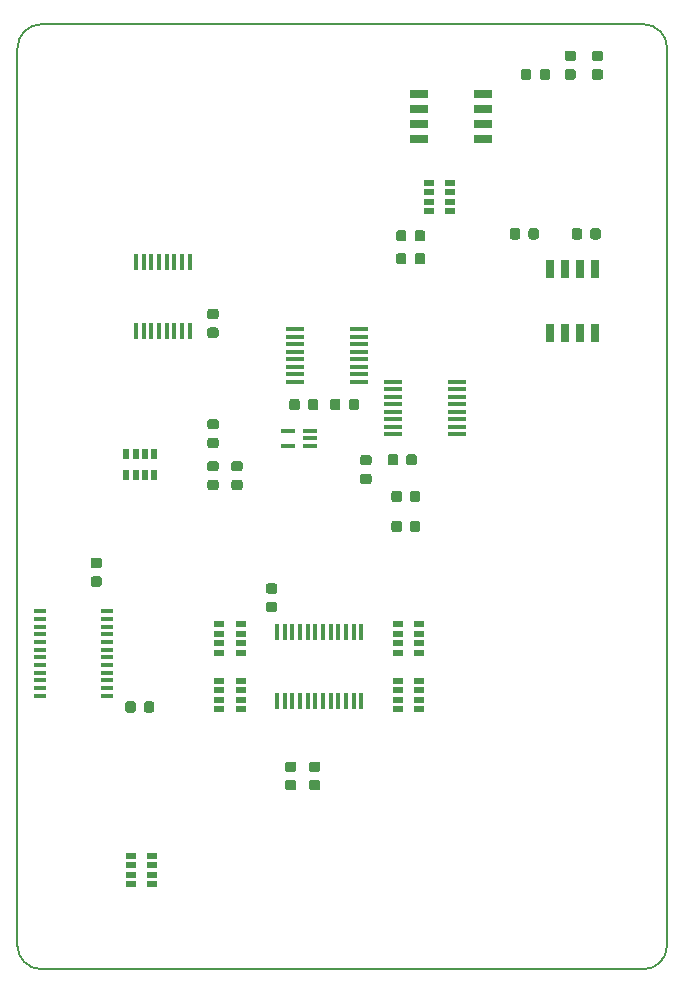
<source format=gbr>
G04 #@! TF.GenerationSoftware,KiCad,Pcbnew,(5.0.0-rc2-190-gf634b7565)*
G04 #@! TF.CreationDate,2018-07-09T23:29:34+02:00*
G04 #@! TF.ProjectId,IoP-mux8-1B,496F502D6D7578382D31422E6B696361,rev?*
G04 #@! TF.SameCoordinates,Original*
G04 #@! TF.FileFunction,Paste,Top*
G04 #@! TF.FilePolarity,Positive*
%FSLAX46Y46*%
G04 Gerber Fmt 4.6, Leading zero omitted, Abs format (unit mm)*
G04 Created by KiCad (PCBNEW (5.0.0-rc2-190-gf634b7565)) date 07/09/18 23:29:34*
%MOMM*%
%LPD*%
G01*
G04 APERTURE LIST*
%ADD10C,0.200000*%
%ADD11R,1.100000X0.400000*%
%ADD12C,0.100000*%
%ADD13C,0.875000*%
%ADD14R,0.900000X0.600000*%
%ADD15R,1.525000X0.700000*%
%ADD16R,0.450000X1.475000*%
%ADD17R,1.525000X0.435000*%
%ADD18R,1.200000X0.400000*%
%ADD19R,0.700000X1.525000*%
%ADD20R,0.600000X0.900000*%
G04 APERTURE END LIST*
D10*
X180000000Y-125000000D02*
G75*
G02X178000000Y-123000000I0J2000000D01*
G01*
X231000000Y-45000000D02*
G75*
G02X233000000Y-47000000I0J-2000000D01*
G01*
X233000000Y-123000000D02*
G75*
G02X231000000Y-125000000I-2000000J0D01*
G01*
X178000000Y-47000000D02*
G75*
G02X180000000Y-45000000I2000000J0D01*
G01*
X178000000Y-47000000D02*
X178000000Y-123000000D01*
X231000000Y-45000000D02*
X180000000Y-45000000D01*
X233000000Y-123000000D02*
X233000000Y-47000000D01*
X180000000Y-125000000D02*
X231000000Y-125000000D01*
D11*
G04 #@! TO.C,IC1*
X185600000Y-101850000D03*
X185600000Y-101200000D03*
X185600000Y-100550000D03*
X185600000Y-99900000D03*
X185600000Y-99250000D03*
X185600000Y-98600000D03*
X185600000Y-97950000D03*
X185600000Y-97300000D03*
X185600000Y-96650000D03*
X185600000Y-96000000D03*
X185600000Y-95350000D03*
X185600000Y-94700000D03*
X179900000Y-94700000D03*
X179900000Y-95350000D03*
X179900000Y-96000000D03*
X179900000Y-96650000D03*
X179900000Y-97300000D03*
X179900000Y-97950000D03*
X179900000Y-98600000D03*
X179900000Y-99250000D03*
X179900000Y-99900000D03*
X179900000Y-100550000D03*
X179900000Y-101200000D03*
X179900000Y-101850000D03*
G04 #@! TD*
D12*
G04 #@! TO.C,R10*
G36*
X184937691Y-90176053D02*
X184958926Y-90179203D01*
X184979750Y-90184419D01*
X184999962Y-90191651D01*
X185019368Y-90200830D01*
X185037781Y-90211866D01*
X185055024Y-90224654D01*
X185070930Y-90239070D01*
X185085346Y-90254976D01*
X185098134Y-90272219D01*
X185109170Y-90290632D01*
X185118349Y-90310038D01*
X185125581Y-90330250D01*
X185130797Y-90351074D01*
X185133947Y-90372309D01*
X185135000Y-90393750D01*
X185135000Y-90831250D01*
X185133947Y-90852691D01*
X185130797Y-90873926D01*
X185125581Y-90894750D01*
X185118349Y-90914962D01*
X185109170Y-90934368D01*
X185098134Y-90952781D01*
X185085346Y-90970024D01*
X185070930Y-90985930D01*
X185055024Y-91000346D01*
X185037781Y-91013134D01*
X185019368Y-91024170D01*
X184999962Y-91033349D01*
X184979750Y-91040581D01*
X184958926Y-91045797D01*
X184937691Y-91048947D01*
X184916250Y-91050000D01*
X184403750Y-91050000D01*
X184382309Y-91048947D01*
X184361074Y-91045797D01*
X184340250Y-91040581D01*
X184320038Y-91033349D01*
X184300632Y-91024170D01*
X184282219Y-91013134D01*
X184264976Y-91000346D01*
X184249070Y-90985930D01*
X184234654Y-90970024D01*
X184221866Y-90952781D01*
X184210830Y-90934368D01*
X184201651Y-90914962D01*
X184194419Y-90894750D01*
X184189203Y-90873926D01*
X184186053Y-90852691D01*
X184185000Y-90831250D01*
X184185000Y-90393750D01*
X184186053Y-90372309D01*
X184189203Y-90351074D01*
X184194419Y-90330250D01*
X184201651Y-90310038D01*
X184210830Y-90290632D01*
X184221866Y-90272219D01*
X184234654Y-90254976D01*
X184249070Y-90239070D01*
X184264976Y-90224654D01*
X184282219Y-90211866D01*
X184300632Y-90200830D01*
X184320038Y-90191651D01*
X184340250Y-90184419D01*
X184361074Y-90179203D01*
X184382309Y-90176053D01*
X184403750Y-90175000D01*
X184916250Y-90175000D01*
X184937691Y-90176053D01*
X184937691Y-90176053D01*
G37*
D13*
X184660000Y-90612500D03*
D12*
G36*
X184937691Y-91751053D02*
X184958926Y-91754203D01*
X184979750Y-91759419D01*
X184999962Y-91766651D01*
X185019368Y-91775830D01*
X185037781Y-91786866D01*
X185055024Y-91799654D01*
X185070930Y-91814070D01*
X185085346Y-91829976D01*
X185098134Y-91847219D01*
X185109170Y-91865632D01*
X185118349Y-91885038D01*
X185125581Y-91905250D01*
X185130797Y-91926074D01*
X185133947Y-91947309D01*
X185135000Y-91968750D01*
X185135000Y-92406250D01*
X185133947Y-92427691D01*
X185130797Y-92448926D01*
X185125581Y-92469750D01*
X185118349Y-92489962D01*
X185109170Y-92509368D01*
X185098134Y-92527781D01*
X185085346Y-92545024D01*
X185070930Y-92560930D01*
X185055024Y-92575346D01*
X185037781Y-92588134D01*
X185019368Y-92599170D01*
X184999962Y-92608349D01*
X184979750Y-92615581D01*
X184958926Y-92620797D01*
X184937691Y-92623947D01*
X184916250Y-92625000D01*
X184403750Y-92625000D01*
X184382309Y-92623947D01*
X184361074Y-92620797D01*
X184340250Y-92615581D01*
X184320038Y-92608349D01*
X184300632Y-92599170D01*
X184282219Y-92588134D01*
X184264976Y-92575346D01*
X184249070Y-92560930D01*
X184234654Y-92545024D01*
X184221866Y-92527781D01*
X184210830Y-92509368D01*
X184201651Y-92489962D01*
X184194419Y-92469750D01*
X184189203Y-92448926D01*
X184186053Y-92427691D01*
X184185000Y-92406250D01*
X184185000Y-91968750D01*
X184186053Y-91947309D01*
X184189203Y-91926074D01*
X184194419Y-91905250D01*
X184201651Y-91885038D01*
X184210830Y-91865632D01*
X184221866Y-91847219D01*
X184234654Y-91829976D01*
X184249070Y-91814070D01*
X184264976Y-91799654D01*
X184282219Y-91786866D01*
X184300632Y-91775830D01*
X184320038Y-91766651D01*
X184340250Y-91759419D01*
X184361074Y-91754203D01*
X184382309Y-91751053D01*
X184403750Y-91750000D01*
X184916250Y-91750000D01*
X184937691Y-91751053D01*
X184937691Y-91751053D01*
G37*
D13*
X184660000Y-92187500D03*
G04 #@! TD*
D12*
G04 #@! TO.C,R19*
G36*
X205150191Y-76719653D02*
X205171426Y-76722803D01*
X205192250Y-76728019D01*
X205212462Y-76735251D01*
X205231868Y-76744430D01*
X205250281Y-76755466D01*
X205267524Y-76768254D01*
X205283430Y-76782670D01*
X205297846Y-76798576D01*
X205310634Y-76815819D01*
X205321670Y-76834232D01*
X205330849Y-76853638D01*
X205338081Y-76873850D01*
X205343297Y-76894674D01*
X205346447Y-76915909D01*
X205347500Y-76937350D01*
X205347500Y-77449850D01*
X205346447Y-77471291D01*
X205343297Y-77492526D01*
X205338081Y-77513350D01*
X205330849Y-77533562D01*
X205321670Y-77552968D01*
X205310634Y-77571381D01*
X205297846Y-77588624D01*
X205283430Y-77604530D01*
X205267524Y-77618946D01*
X205250281Y-77631734D01*
X205231868Y-77642770D01*
X205212462Y-77651949D01*
X205192250Y-77659181D01*
X205171426Y-77664397D01*
X205150191Y-77667547D01*
X205128750Y-77668600D01*
X204691250Y-77668600D01*
X204669809Y-77667547D01*
X204648574Y-77664397D01*
X204627750Y-77659181D01*
X204607538Y-77651949D01*
X204588132Y-77642770D01*
X204569719Y-77631734D01*
X204552476Y-77618946D01*
X204536570Y-77604530D01*
X204522154Y-77588624D01*
X204509366Y-77571381D01*
X204498330Y-77552968D01*
X204489151Y-77533562D01*
X204481919Y-77513350D01*
X204476703Y-77492526D01*
X204473553Y-77471291D01*
X204472500Y-77449850D01*
X204472500Y-76937350D01*
X204473553Y-76915909D01*
X204476703Y-76894674D01*
X204481919Y-76873850D01*
X204489151Y-76853638D01*
X204498330Y-76834232D01*
X204509366Y-76815819D01*
X204522154Y-76798576D01*
X204536570Y-76782670D01*
X204552476Y-76768254D01*
X204569719Y-76755466D01*
X204588132Y-76744430D01*
X204607538Y-76735251D01*
X204627750Y-76728019D01*
X204648574Y-76722803D01*
X204669809Y-76719653D01*
X204691250Y-76718600D01*
X205128750Y-76718600D01*
X205150191Y-76719653D01*
X205150191Y-76719653D01*
G37*
D13*
X204910000Y-77193600D03*
D12*
G36*
X206725191Y-76719653D02*
X206746426Y-76722803D01*
X206767250Y-76728019D01*
X206787462Y-76735251D01*
X206806868Y-76744430D01*
X206825281Y-76755466D01*
X206842524Y-76768254D01*
X206858430Y-76782670D01*
X206872846Y-76798576D01*
X206885634Y-76815819D01*
X206896670Y-76834232D01*
X206905849Y-76853638D01*
X206913081Y-76873850D01*
X206918297Y-76894674D01*
X206921447Y-76915909D01*
X206922500Y-76937350D01*
X206922500Y-77449850D01*
X206921447Y-77471291D01*
X206918297Y-77492526D01*
X206913081Y-77513350D01*
X206905849Y-77533562D01*
X206896670Y-77552968D01*
X206885634Y-77571381D01*
X206872846Y-77588624D01*
X206858430Y-77604530D01*
X206842524Y-77618946D01*
X206825281Y-77631734D01*
X206806868Y-77642770D01*
X206787462Y-77651949D01*
X206767250Y-77659181D01*
X206746426Y-77664397D01*
X206725191Y-77667547D01*
X206703750Y-77668600D01*
X206266250Y-77668600D01*
X206244809Y-77667547D01*
X206223574Y-77664397D01*
X206202750Y-77659181D01*
X206182538Y-77651949D01*
X206163132Y-77642770D01*
X206144719Y-77631734D01*
X206127476Y-77618946D01*
X206111570Y-77604530D01*
X206097154Y-77588624D01*
X206084366Y-77571381D01*
X206073330Y-77552968D01*
X206064151Y-77533562D01*
X206056919Y-77513350D01*
X206051703Y-77492526D01*
X206048553Y-77471291D01*
X206047500Y-77449850D01*
X206047500Y-76937350D01*
X206048553Y-76915909D01*
X206051703Y-76894674D01*
X206056919Y-76873850D01*
X206064151Y-76853638D01*
X206073330Y-76834232D01*
X206084366Y-76815819D01*
X206097154Y-76798576D01*
X206111570Y-76782670D01*
X206127476Y-76768254D01*
X206144719Y-76755466D01*
X206163132Y-76744430D01*
X206182538Y-76735251D01*
X206202750Y-76728019D01*
X206223574Y-76722803D01*
X206244809Y-76719653D01*
X206266250Y-76718600D01*
X206703750Y-76718600D01*
X206725191Y-76719653D01*
X206725191Y-76719653D01*
G37*
D13*
X206485000Y-77193600D03*
G04 #@! TD*
D14*
G04 #@! TO.C,R13*
X214625000Y-60825000D03*
X214625000Y-60025000D03*
X214625000Y-59225000D03*
X214625000Y-58425000D03*
X212825000Y-60825000D03*
X212825000Y-60025000D03*
X212825000Y-59225000D03*
X212825000Y-58425000D03*
G04 #@! TD*
G04 #@! TO.C,R5*
X189400000Y-117800000D03*
X189400000Y-117000000D03*
X189400000Y-116200000D03*
X189400000Y-115400000D03*
X187600000Y-117800000D03*
X187600000Y-117000000D03*
X187600000Y-116200000D03*
X187600000Y-115400000D03*
G04 #@! TD*
D15*
G04 #@! TO.C,IC8*
X211988000Y-54720000D03*
X211988000Y-53450000D03*
X211988000Y-52180000D03*
X211988000Y-50910000D03*
X217412000Y-50910000D03*
X217412000Y-52180000D03*
X217412000Y-53450000D03*
X217412000Y-54720000D03*
G04 #@! TD*
D16*
G04 #@! TO.C,IC3*
X199975000Y-102338000D03*
X200625000Y-102338000D03*
X201275000Y-102338000D03*
X201925000Y-102338000D03*
X202575000Y-102338000D03*
X203225000Y-102338000D03*
X203875000Y-102338000D03*
X204525000Y-102338000D03*
X205175000Y-102338000D03*
X205825000Y-102338000D03*
X206475000Y-102338000D03*
X207125000Y-102338000D03*
X207125000Y-96462000D03*
X206475000Y-96462000D03*
X205825000Y-96462000D03*
X205175000Y-96462000D03*
X204525000Y-96462000D03*
X203875000Y-96462000D03*
X203225000Y-96462000D03*
X202575000Y-96462000D03*
X201925000Y-96462000D03*
X201275000Y-96462000D03*
X200625000Y-96462000D03*
X199975000Y-96462000D03*
G04 #@! TD*
D17*
G04 #@! TO.C,IC7*
X209788000Y-79722000D03*
X209788000Y-79088000D03*
X209788000Y-78452000D03*
X209788000Y-77818000D03*
X209788000Y-77182000D03*
X209788000Y-76548000D03*
X209788000Y-75912000D03*
X209788000Y-75278000D03*
X215212000Y-75278000D03*
X215212000Y-75912000D03*
X215212000Y-76548000D03*
X215212000Y-77182000D03*
X215212000Y-77818000D03*
X215212000Y-78452000D03*
X215212000Y-79088000D03*
X215212000Y-79722000D03*
G04 #@! TD*
D18*
G04 #@! TO.C,IC6*
X202800000Y-80700000D03*
X202800000Y-80050000D03*
X202800000Y-79400000D03*
X200900000Y-79400000D03*
X200900000Y-80700000D03*
G04 #@! TD*
D19*
G04 #@! TO.C,IC4*
X226905000Y-65688000D03*
X225635000Y-65688000D03*
X224365000Y-65688000D03*
X223095000Y-65688000D03*
X223095000Y-71112000D03*
X224365000Y-71112000D03*
X225635000Y-71112000D03*
X226905000Y-71112000D03*
G04 #@! TD*
D16*
G04 #@! TO.C,IC2*
X188025000Y-70988000D03*
X188675000Y-70988000D03*
X189325000Y-70988000D03*
X189975000Y-70988000D03*
X190625000Y-70988000D03*
X191275000Y-70988000D03*
X191925000Y-70988000D03*
X192575000Y-70988000D03*
X192575000Y-65112000D03*
X191925000Y-65112000D03*
X191275000Y-65112000D03*
X190625000Y-65112000D03*
X189975000Y-65112000D03*
X189325000Y-65112000D03*
X188675000Y-65112000D03*
X188025000Y-65112000D03*
G04 #@! TD*
D17*
G04 #@! TO.C,IC5*
X201476000Y-70831000D03*
X201476000Y-71465000D03*
X201476000Y-72101000D03*
X201476000Y-72735000D03*
X201476000Y-73371000D03*
X201476000Y-74005000D03*
X201476000Y-74641000D03*
X201476000Y-75275000D03*
X206900000Y-75275000D03*
X206900000Y-74641000D03*
X206900000Y-74005000D03*
X206900000Y-73371000D03*
X206900000Y-72735000D03*
X206900000Y-72101000D03*
X206900000Y-71465000D03*
X206900000Y-70831000D03*
G04 #@! TD*
D12*
G04 #@! TO.C,C10*
G36*
X196856491Y-83564353D02*
X196877726Y-83567503D01*
X196898550Y-83572719D01*
X196918762Y-83579951D01*
X196938168Y-83589130D01*
X196956581Y-83600166D01*
X196973824Y-83612954D01*
X196989730Y-83627370D01*
X197004146Y-83643276D01*
X197016934Y-83660519D01*
X197027970Y-83678932D01*
X197037149Y-83698338D01*
X197044381Y-83718550D01*
X197049597Y-83739374D01*
X197052747Y-83760609D01*
X197053800Y-83782050D01*
X197053800Y-84219550D01*
X197052747Y-84240991D01*
X197049597Y-84262226D01*
X197044381Y-84283050D01*
X197037149Y-84303262D01*
X197027970Y-84322668D01*
X197016934Y-84341081D01*
X197004146Y-84358324D01*
X196989730Y-84374230D01*
X196973824Y-84388646D01*
X196956581Y-84401434D01*
X196938168Y-84412470D01*
X196918762Y-84421649D01*
X196898550Y-84428881D01*
X196877726Y-84434097D01*
X196856491Y-84437247D01*
X196835050Y-84438300D01*
X196322550Y-84438300D01*
X196301109Y-84437247D01*
X196279874Y-84434097D01*
X196259050Y-84428881D01*
X196238838Y-84421649D01*
X196219432Y-84412470D01*
X196201019Y-84401434D01*
X196183776Y-84388646D01*
X196167870Y-84374230D01*
X196153454Y-84358324D01*
X196140666Y-84341081D01*
X196129630Y-84322668D01*
X196120451Y-84303262D01*
X196113219Y-84283050D01*
X196108003Y-84262226D01*
X196104853Y-84240991D01*
X196103800Y-84219550D01*
X196103800Y-83782050D01*
X196104853Y-83760609D01*
X196108003Y-83739374D01*
X196113219Y-83718550D01*
X196120451Y-83698338D01*
X196129630Y-83678932D01*
X196140666Y-83660519D01*
X196153454Y-83643276D01*
X196167870Y-83627370D01*
X196183776Y-83612954D01*
X196201019Y-83600166D01*
X196219432Y-83589130D01*
X196238838Y-83579951D01*
X196259050Y-83572719D01*
X196279874Y-83567503D01*
X196301109Y-83564353D01*
X196322550Y-83563300D01*
X196835050Y-83563300D01*
X196856491Y-83564353D01*
X196856491Y-83564353D01*
G37*
D13*
X196578800Y-84000800D03*
D12*
G36*
X196856491Y-81989353D02*
X196877726Y-81992503D01*
X196898550Y-81997719D01*
X196918762Y-82004951D01*
X196938168Y-82014130D01*
X196956581Y-82025166D01*
X196973824Y-82037954D01*
X196989730Y-82052370D01*
X197004146Y-82068276D01*
X197016934Y-82085519D01*
X197027970Y-82103932D01*
X197037149Y-82123338D01*
X197044381Y-82143550D01*
X197049597Y-82164374D01*
X197052747Y-82185609D01*
X197053800Y-82207050D01*
X197053800Y-82644550D01*
X197052747Y-82665991D01*
X197049597Y-82687226D01*
X197044381Y-82708050D01*
X197037149Y-82728262D01*
X197027970Y-82747668D01*
X197016934Y-82766081D01*
X197004146Y-82783324D01*
X196989730Y-82799230D01*
X196973824Y-82813646D01*
X196956581Y-82826434D01*
X196938168Y-82837470D01*
X196918762Y-82846649D01*
X196898550Y-82853881D01*
X196877726Y-82859097D01*
X196856491Y-82862247D01*
X196835050Y-82863300D01*
X196322550Y-82863300D01*
X196301109Y-82862247D01*
X196279874Y-82859097D01*
X196259050Y-82853881D01*
X196238838Y-82846649D01*
X196219432Y-82837470D01*
X196201019Y-82826434D01*
X196183776Y-82813646D01*
X196167870Y-82799230D01*
X196153454Y-82783324D01*
X196140666Y-82766081D01*
X196129630Y-82747668D01*
X196120451Y-82728262D01*
X196113219Y-82708050D01*
X196108003Y-82687226D01*
X196104853Y-82665991D01*
X196103800Y-82644550D01*
X196103800Y-82207050D01*
X196104853Y-82185609D01*
X196108003Y-82164374D01*
X196113219Y-82143550D01*
X196120451Y-82123338D01*
X196129630Y-82103932D01*
X196140666Y-82085519D01*
X196153454Y-82068276D01*
X196167870Y-82052370D01*
X196183776Y-82037954D01*
X196201019Y-82025166D01*
X196219432Y-82014130D01*
X196238838Y-82004951D01*
X196259050Y-81997719D01*
X196279874Y-81992503D01*
X196301109Y-81989353D01*
X196322550Y-81988300D01*
X196835050Y-81988300D01*
X196856491Y-81989353D01*
X196856491Y-81989353D01*
G37*
D13*
X196578800Y-82425800D03*
G04 #@! TD*
D12*
G04 #@! TO.C,R18*
G36*
X194837691Y-78433353D02*
X194858926Y-78436503D01*
X194879750Y-78441719D01*
X194899962Y-78448951D01*
X194919368Y-78458130D01*
X194937781Y-78469166D01*
X194955024Y-78481954D01*
X194970930Y-78496370D01*
X194985346Y-78512276D01*
X194998134Y-78529519D01*
X195009170Y-78547932D01*
X195018349Y-78567338D01*
X195025581Y-78587550D01*
X195030797Y-78608374D01*
X195033947Y-78629609D01*
X195035000Y-78651050D01*
X195035000Y-79088550D01*
X195033947Y-79109991D01*
X195030797Y-79131226D01*
X195025581Y-79152050D01*
X195018349Y-79172262D01*
X195009170Y-79191668D01*
X194998134Y-79210081D01*
X194985346Y-79227324D01*
X194970930Y-79243230D01*
X194955024Y-79257646D01*
X194937781Y-79270434D01*
X194919368Y-79281470D01*
X194899962Y-79290649D01*
X194879750Y-79297881D01*
X194858926Y-79303097D01*
X194837691Y-79306247D01*
X194816250Y-79307300D01*
X194303750Y-79307300D01*
X194282309Y-79306247D01*
X194261074Y-79303097D01*
X194240250Y-79297881D01*
X194220038Y-79290649D01*
X194200632Y-79281470D01*
X194182219Y-79270434D01*
X194164976Y-79257646D01*
X194149070Y-79243230D01*
X194134654Y-79227324D01*
X194121866Y-79210081D01*
X194110830Y-79191668D01*
X194101651Y-79172262D01*
X194094419Y-79152050D01*
X194089203Y-79131226D01*
X194086053Y-79109991D01*
X194085000Y-79088550D01*
X194085000Y-78651050D01*
X194086053Y-78629609D01*
X194089203Y-78608374D01*
X194094419Y-78587550D01*
X194101651Y-78567338D01*
X194110830Y-78547932D01*
X194121866Y-78529519D01*
X194134654Y-78512276D01*
X194149070Y-78496370D01*
X194164976Y-78481954D01*
X194182219Y-78469166D01*
X194200632Y-78458130D01*
X194220038Y-78448951D01*
X194240250Y-78441719D01*
X194261074Y-78436503D01*
X194282309Y-78433353D01*
X194303750Y-78432300D01*
X194816250Y-78432300D01*
X194837691Y-78433353D01*
X194837691Y-78433353D01*
G37*
D13*
X194560000Y-78869800D03*
D12*
G36*
X194837691Y-80008353D02*
X194858926Y-80011503D01*
X194879750Y-80016719D01*
X194899962Y-80023951D01*
X194919368Y-80033130D01*
X194937781Y-80044166D01*
X194955024Y-80056954D01*
X194970930Y-80071370D01*
X194985346Y-80087276D01*
X194998134Y-80104519D01*
X195009170Y-80122932D01*
X195018349Y-80142338D01*
X195025581Y-80162550D01*
X195030797Y-80183374D01*
X195033947Y-80204609D01*
X195035000Y-80226050D01*
X195035000Y-80663550D01*
X195033947Y-80684991D01*
X195030797Y-80706226D01*
X195025581Y-80727050D01*
X195018349Y-80747262D01*
X195009170Y-80766668D01*
X194998134Y-80785081D01*
X194985346Y-80802324D01*
X194970930Y-80818230D01*
X194955024Y-80832646D01*
X194937781Y-80845434D01*
X194919368Y-80856470D01*
X194899962Y-80865649D01*
X194879750Y-80872881D01*
X194858926Y-80878097D01*
X194837691Y-80881247D01*
X194816250Y-80882300D01*
X194303750Y-80882300D01*
X194282309Y-80881247D01*
X194261074Y-80878097D01*
X194240250Y-80872881D01*
X194220038Y-80865649D01*
X194200632Y-80856470D01*
X194182219Y-80845434D01*
X194164976Y-80832646D01*
X194149070Y-80818230D01*
X194134654Y-80802324D01*
X194121866Y-80785081D01*
X194110830Y-80766668D01*
X194101651Y-80747262D01*
X194094419Y-80727050D01*
X194089203Y-80706226D01*
X194086053Y-80684991D01*
X194085000Y-80663550D01*
X194085000Y-80226050D01*
X194086053Y-80204609D01*
X194089203Y-80183374D01*
X194094419Y-80162550D01*
X194101651Y-80142338D01*
X194110830Y-80122932D01*
X194121866Y-80104519D01*
X194134654Y-80087276D01*
X194149070Y-80071370D01*
X194164976Y-80056954D01*
X194182219Y-80044166D01*
X194200632Y-80033130D01*
X194220038Y-80023951D01*
X194240250Y-80016719D01*
X194261074Y-80011503D01*
X194282309Y-80008353D01*
X194303750Y-80007300D01*
X194816250Y-80007300D01*
X194837691Y-80008353D01*
X194837691Y-80008353D01*
G37*
D13*
X194560000Y-80444800D03*
G04 #@! TD*
D12*
G04 #@! TO.C,R17*
G36*
X194824491Y-81989553D02*
X194845726Y-81992703D01*
X194866550Y-81997919D01*
X194886762Y-82005151D01*
X194906168Y-82014330D01*
X194924581Y-82025366D01*
X194941824Y-82038154D01*
X194957730Y-82052570D01*
X194972146Y-82068476D01*
X194984934Y-82085719D01*
X194995970Y-82104132D01*
X195005149Y-82123538D01*
X195012381Y-82143750D01*
X195017597Y-82164574D01*
X195020747Y-82185809D01*
X195021800Y-82207250D01*
X195021800Y-82644750D01*
X195020747Y-82666191D01*
X195017597Y-82687426D01*
X195012381Y-82708250D01*
X195005149Y-82728462D01*
X194995970Y-82747868D01*
X194984934Y-82766281D01*
X194972146Y-82783524D01*
X194957730Y-82799430D01*
X194941824Y-82813846D01*
X194924581Y-82826634D01*
X194906168Y-82837670D01*
X194886762Y-82846849D01*
X194866550Y-82854081D01*
X194845726Y-82859297D01*
X194824491Y-82862447D01*
X194803050Y-82863500D01*
X194290550Y-82863500D01*
X194269109Y-82862447D01*
X194247874Y-82859297D01*
X194227050Y-82854081D01*
X194206838Y-82846849D01*
X194187432Y-82837670D01*
X194169019Y-82826634D01*
X194151776Y-82813846D01*
X194135870Y-82799430D01*
X194121454Y-82783524D01*
X194108666Y-82766281D01*
X194097630Y-82747868D01*
X194088451Y-82728462D01*
X194081219Y-82708250D01*
X194076003Y-82687426D01*
X194072853Y-82666191D01*
X194071800Y-82644750D01*
X194071800Y-82207250D01*
X194072853Y-82185809D01*
X194076003Y-82164574D01*
X194081219Y-82143750D01*
X194088451Y-82123538D01*
X194097630Y-82104132D01*
X194108666Y-82085719D01*
X194121454Y-82068476D01*
X194135870Y-82052570D01*
X194151776Y-82038154D01*
X194169019Y-82025366D01*
X194187432Y-82014330D01*
X194206838Y-82005151D01*
X194227050Y-81997919D01*
X194247874Y-81992703D01*
X194269109Y-81989553D01*
X194290550Y-81988500D01*
X194803050Y-81988500D01*
X194824491Y-81989553D01*
X194824491Y-81989553D01*
G37*
D13*
X194546800Y-82426000D03*
D12*
G36*
X194824491Y-83564553D02*
X194845726Y-83567703D01*
X194866550Y-83572919D01*
X194886762Y-83580151D01*
X194906168Y-83589330D01*
X194924581Y-83600366D01*
X194941824Y-83613154D01*
X194957730Y-83627570D01*
X194972146Y-83643476D01*
X194984934Y-83660719D01*
X194995970Y-83679132D01*
X195005149Y-83698538D01*
X195012381Y-83718750D01*
X195017597Y-83739574D01*
X195020747Y-83760809D01*
X195021800Y-83782250D01*
X195021800Y-84219750D01*
X195020747Y-84241191D01*
X195017597Y-84262426D01*
X195012381Y-84283250D01*
X195005149Y-84303462D01*
X194995970Y-84322868D01*
X194984934Y-84341281D01*
X194972146Y-84358524D01*
X194957730Y-84374430D01*
X194941824Y-84388846D01*
X194924581Y-84401634D01*
X194906168Y-84412670D01*
X194886762Y-84421849D01*
X194866550Y-84429081D01*
X194845726Y-84434297D01*
X194824491Y-84437447D01*
X194803050Y-84438500D01*
X194290550Y-84438500D01*
X194269109Y-84437447D01*
X194247874Y-84434297D01*
X194227050Y-84429081D01*
X194206838Y-84421849D01*
X194187432Y-84412670D01*
X194169019Y-84401634D01*
X194151776Y-84388846D01*
X194135870Y-84374430D01*
X194121454Y-84358524D01*
X194108666Y-84341281D01*
X194097630Y-84322868D01*
X194088451Y-84303462D01*
X194081219Y-84283250D01*
X194076003Y-84262426D01*
X194072853Y-84241191D01*
X194071800Y-84219750D01*
X194071800Y-83782250D01*
X194072853Y-83760809D01*
X194076003Y-83739574D01*
X194081219Y-83718750D01*
X194088451Y-83698538D01*
X194097630Y-83679132D01*
X194108666Y-83660719D01*
X194121454Y-83643476D01*
X194135870Y-83627570D01*
X194151776Y-83613154D01*
X194169019Y-83600366D01*
X194187432Y-83589330D01*
X194206838Y-83580151D01*
X194227050Y-83572919D01*
X194247874Y-83567703D01*
X194269109Y-83564553D01*
X194290550Y-83563500D01*
X194803050Y-83563500D01*
X194824491Y-83564553D01*
X194824491Y-83564553D01*
G37*
D13*
X194546800Y-84001000D03*
G04 #@! TD*
D12*
G04 #@! TO.C,C2*
G36*
X187812091Y-102330253D02*
X187833326Y-102333403D01*
X187854150Y-102338619D01*
X187874362Y-102345851D01*
X187893768Y-102355030D01*
X187912181Y-102366066D01*
X187929424Y-102378854D01*
X187945330Y-102393270D01*
X187959746Y-102409176D01*
X187972534Y-102426419D01*
X187983570Y-102444832D01*
X187992749Y-102464238D01*
X187999981Y-102484450D01*
X188005197Y-102505274D01*
X188008347Y-102526509D01*
X188009400Y-102547950D01*
X188009400Y-103060450D01*
X188008347Y-103081891D01*
X188005197Y-103103126D01*
X187999981Y-103123950D01*
X187992749Y-103144162D01*
X187983570Y-103163568D01*
X187972534Y-103181981D01*
X187959746Y-103199224D01*
X187945330Y-103215130D01*
X187929424Y-103229546D01*
X187912181Y-103242334D01*
X187893768Y-103253370D01*
X187874362Y-103262549D01*
X187854150Y-103269781D01*
X187833326Y-103274997D01*
X187812091Y-103278147D01*
X187790650Y-103279200D01*
X187353150Y-103279200D01*
X187331709Y-103278147D01*
X187310474Y-103274997D01*
X187289650Y-103269781D01*
X187269438Y-103262549D01*
X187250032Y-103253370D01*
X187231619Y-103242334D01*
X187214376Y-103229546D01*
X187198470Y-103215130D01*
X187184054Y-103199224D01*
X187171266Y-103181981D01*
X187160230Y-103163568D01*
X187151051Y-103144162D01*
X187143819Y-103123950D01*
X187138603Y-103103126D01*
X187135453Y-103081891D01*
X187134400Y-103060450D01*
X187134400Y-102547950D01*
X187135453Y-102526509D01*
X187138603Y-102505274D01*
X187143819Y-102484450D01*
X187151051Y-102464238D01*
X187160230Y-102444832D01*
X187171266Y-102426419D01*
X187184054Y-102409176D01*
X187198470Y-102393270D01*
X187214376Y-102378854D01*
X187231619Y-102366066D01*
X187250032Y-102355030D01*
X187269438Y-102345851D01*
X187289650Y-102338619D01*
X187310474Y-102333403D01*
X187331709Y-102330253D01*
X187353150Y-102329200D01*
X187790650Y-102329200D01*
X187812091Y-102330253D01*
X187812091Y-102330253D01*
G37*
D13*
X187571900Y-102804200D03*
D12*
G36*
X189387091Y-102330253D02*
X189408326Y-102333403D01*
X189429150Y-102338619D01*
X189449362Y-102345851D01*
X189468768Y-102355030D01*
X189487181Y-102366066D01*
X189504424Y-102378854D01*
X189520330Y-102393270D01*
X189534746Y-102409176D01*
X189547534Y-102426419D01*
X189558570Y-102444832D01*
X189567749Y-102464238D01*
X189574981Y-102484450D01*
X189580197Y-102505274D01*
X189583347Y-102526509D01*
X189584400Y-102547950D01*
X189584400Y-103060450D01*
X189583347Y-103081891D01*
X189580197Y-103103126D01*
X189574981Y-103123950D01*
X189567749Y-103144162D01*
X189558570Y-103163568D01*
X189547534Y-103181981D01*
X189534746Y-103199224D01*
X189520330Y-103215130D01*
X189504424Y-103229546D01*
X189487181Y-103242334D01*
X189468768Y-103253370D01*
X189449362Y-103262549D01*
X189429150Y-103269781D01*
X189408326Y-103274997D01*
X189387091Y-103278147D01*
X189365650Y-103279200D01*
X188928150Y-103279200D01*
X188906709Y-103278147D01*
X188885474Y-103274997D01*
X188864650Y-103269781D01*
X188844438Y-103262549D01*
X188825032Y-103253370D01*
X188806619Y-103242334D01*
X188789376Y-103229546D01*
X188773470Y-103215130D01*
X188759054Y-103199224D01*
X188746266Y-103181981D01*
X188735230Y-103163568D01*
X188726051Y-103144162D01*
X188718819Y-103123950D01*
X188713603Y-103103126D01*
X188710453Y-103081891D01*
X188709400Y-103060450D01*
X188709400Y-102547950D01*
X188710453Y-102526509D01*
X188713603Y-102505274D01*
X188718819Y-102484450D01*
X188726051Y-102464238D01*
X188735230Y-102444832D01*
X188746266Y-102426419D01*
X188759054Y-102409176D01*
X188773470Y-102393270D01*
X188789376Y-102378854D01*
X188806619Y-102366066D01*
X188825032Y-102355030D01*
X188844438Y-102345851D01*
X188864650Y-102338619D01*
X188885474Y-102333403D01*
X188906709Y-102330253D01*
X188928150Y-102329200D01*
X189365650Y-102329200D01*
X189387091Y-102330253D01*
X189387091Y-102330253D01*
G37*
D13*
X189146900Y-102804200D03*
G04 #@! TD*
D12*
G04 #@! TO.C,C3*
G36*
X201413291Y-108997153D02*
X201434526Y-109000303D01*
X201455350Y-109005519D01*
X201475562Y-109012751D01*
X201494968Y-109021930D01*
X201513381Y-109032966D01*
X201530624Y-109045754D01*
X201546530Y-109060170D01*
X201560946Y-109076076D01*
X201573734Y-109093319D01*
X201584770Y-109111732D01*
X201593949Y-109131138D01*
X201601181Y-109151350D01*
X201606397Y-109172174D01*
X201609547Y-109193409D01*
X201610600Y-109214850D01*
X201610600Y-109652350D01*
X201609547Y-109673791D01*
X201606397Y-109695026D01*
X201601181Y-109715850D01*
X201593949Y-109736062D01*
X201584770Y-109755468D01*
X201573734Y-109773881D01*
X201560946Y-109791124D01*
X201546530Y-109807030D01*
X201530624Y-109821446D01*
X201513381Y-109834234D01*
X201494968Y-109845270D01*
X201475562Y-109854449D01*
X201455350Y-109861681D01*
X201434526Y-109866897D01*
X201413291Y-109870047D01*
X201391850Y-109871100D01*
X200879350Y-109871100D01*
X200857909Y-109870047D01*
X200836674Y-109866897D01*
X200815850Y-109861681D01*
X200795638Y-109854449D01*
X200776232Y-109845270D01*
X200757819Y-109834234D01*
X200740576Y-109821446D01*
X200724670Y-109807030D01*
X200710254Y-109791124D01*
X200697466Y-109773881D01*
X200686430Y-109755468D01*
X200677251Y-109736062D01*
X200670019Y-109715850D01*
X200664803Y-109695026D01*
X200661653Y-109673791D01*
X200660600Y-109652350D01*
X200660600Y-109214850D01*
X200661653Y-109193409D01*
X200664803Y-109172174D01*
X200670019Y-109151350D01*
X200677251Y-109131138D01*
X200686430Y-109111732D01*
X200697466Y-109093319D01*
X200710254Y-109076076D01*
X200724670Y-109060170D01*
X200740576Y-109045754D01*
X200757819Y-109032966D01*
X200776232Y-109021930D01*
X200795638Y-109012751D01*
X200815850Y-109005519D01*
X200836674Y-109000303D01*
X200857909Y-108997153D01*
X200879350Y-108996100D01*
X201391850Y-108996100D01*
X201413291Y-108997153D01*
X201413291Y-108997153D01*
G37*
D13*
X201135600Y-109433600D03*
D12*
G36*
X201413291Y-107422153D02*
X201434526Y-107425303D01*
X201455350Y-107430519D01*
X201475562Y-107437751D01*
X201494968Y-107446930D01*
X201513381Y-107457966D01*
X201530624Y-107470754D01*
X201546530Y-107485170D01*
X201560946Y-107501076D01*
X201573734Y-107518319D01*
X201584770Y-107536732D01*
X201593949Y-107556138D01*
X201601181Y-107576350D01*
X201606397Y-107597174D01*
X201609547Y-107618409D01*
X201610600Y-107639850D01*
X201610600Y-108077350D01*
X201609547Y-108098791D01*
X201606397Y-108120026D01*
X201601181Y-108140850D01*
X201593949Y-108161062D01*
X201584770Y-108180468D01*
X201573734Y-108198881D01*
X201560946Y-108216124D01*
X201546530Y-108232030D01*
X201530624Y-108246446D01*
X201513381Y-108259234D01*
X201494968Y-108270270D01*
X201475562Y-108279449D01*
X201455350Y-108286681D01*
X201434526Y-108291897D01*
X201413291Y-108295047D01*
X201391850Y-108296100D01*
X200879350Y-108296100D01*
X200857909Y-108295047D01*
X200836674Y-108291897D01*
X200815850Y-108286681D01*
X200795638Y-108279449D01*
X200776232Y-108270270D01*
X200757819Y-108259234D01*
X200740576Y-108246446D01*
X200724670Y-108232030D01*
X200710254Y-108216124D01*
X200697466Y-108198881D01*
X200686430Y-108180468D01*
X200677251Y-108161062D01*
X200670019Y-108140850D01*
X200664803Y-108120026D01*
X200661653Y-108098791D01*
X200660600Y-108077350D01*
X200660600Y-107639850D01*
X200661653Y-107618409D01*
X200664803Y-107597174D01*
X200670019Y-107576350D01*
X200677251Y-107556138D01*
X200686430Y-107536732D01*
X200697466Y-107518319D01*
X200710254Y-107501076D01*
X200724670Y-107485170D01*
X200740576Y-107470754D01*
X200757819Y-107457966D01*
X200776232Y-107446930D01*
X200795638Y-107437751D01*
X200815850Y-107430519D01*
X200836674Y-107425303D01*
X200857909Y-107422153D01*
X200879350Y-107421100D01*
X201391850Y-107421100D01*
X201413291Y-107422153D01*
X201413291Y-107422153D01*
G37*
D13*
X201135600Y-107858600D03*
G04 #@! TD*
D12*
G04 #@! TO.C,C4*
G36*
X199787691Y-92334553D02*
X199808926Y-92337703D01*
X199829750Y-92342919D01*
X199849962Y-92350151D01*
X199869368Y-92359330D01*
X199887781Y-92370366D01*
X199905024Y-92383154D01*
X199920930Y-92397570D01*
X199935346Y-92413476D01*
X199948134Y-92430719D01*
X199959170Y-92449132D01*
X199968349Y-92468538D01*
X199975581Y-92488750D01*
X199980797Y-92509574D01*
X199983947Y-92530809D01*
X199985000Y-92552250D01*
X199985000Y-92989750D01*
X199983947Y-93011191D01*
X199980797Y-93032426D01*
X199975581Y-93053250D01*
X199968349Y-93073462D01*
X199959170Y-93092868D01*
X199948134Y-93111281D01*
X199935346Y-93128524D01*
X199920930Y-93144430D01*
X199905024Y-93158846D01*
X199887781Y-93171634D01*
X199869368Y-93182670D01*
X199849962Y-93191849D01*
X199829750Y-93199081D01*
X199808926Y-93204297D01*
X199787691Y-93207447D01*
X199766250Y-93208500D01*
X199253750Y-93208500D01*
X199232309Y-93207447D01*
X199211074Y-93204297D01*
X199190250Y-93199081D01*
X199170038Y-93191849D01*
X199150632Y-93182670D01*
X199132219Y-93171634D01*
X199114976Y-93158846D01*
X199099070Y-93144430D01*
X199084654Y-93128524D01*
X199071866Y-93111281D01*
X199060830Y-93092868D01*
X199051651Y-93073462D01*
X199044419Y-93053250D01*
X199039203Y-93032426D01*
X199036053Y-93011191D01*
X199035000Y-92989750D01*
X199035000Y-92552250D01*
X199036053Y-92530809D01*
X199039203Y-92509574D01*
X199044419Y-92488750D01*
X199051651Y-92468538D01*
X199060830Y-92449132D01*
X199071866Y-92430719D01*
X199084654Y-92413476D01*
X199099070Y-92397570D01*
X199114976Y-92383154D01*
X199132219Y-92370366D01*
X199150632Y-92359330D01*
X199170038Y-92350151D01*
X199190250Y-92342919D01*
X199211074Y-92337703D01*
X199232309Y-92334553D01*
X199253750Y-92333500D01*
X199766250Y-92333500D01*
X199787691Y-92334553D01*
X199787691Y-92334553D01*
G37*
D13*
X199510000Y-92771000D03*
D12*
G36*
X199787691Y-93909553D02*
X199808926Y-93912703D01*
X199829750Y-93917919D01*
X199849962Y-93925151D01*
X199869368Y-93934330D01*
X199887781Y-93945366D01*
X199905024Y-93958154D01*
X199920930Y-93972570D01*
X199935346Y-93988476D01*
X199948134Y-94005719D01*
X199959170Y-94024132D01*
X199968349Y-94043538D01*
X199975581Y-94063750D01*
X199980797Y-94084574D01*
X199983947Y-94105809D01*
X199985000Y-94127250D01*
X199985000Y-94564750D01*
X199983947Y-94586191D01*
X199980797Y-94607426D01*
X199975581Y-94628250D01*
X199968349Y-94648462D01*
X199959170Y-94667868D01*
X199948134Y-94686281D01*
X199935346Y-94703524D01*
X199920930Y-94719430D01*
X199905024Y-94733846D01*
X199887781Y-94746634D01*
X199869368Y-94757670D01*
X199849962Y-94766849D01*
X199829750Y-94774081D01*
X199808926Y-94779297D01*
X199787691Y-94782447D01*
X199766250Y-94783500D01*
X199253750Y-94783500D01*
X199232309Y-94782447D01*
X199211074Y-94779297D01*
X199190250Y-94774081D01*
X199170038Y-94766849D01*
X199150632Y-94757670D01*
X199132219Y-94746634D01*
X199114976Y-94733846D01*
X199099070Y-94719430D01*
X199084654Y-94703524D01*
X199071866Y-94686281D01*
X199060830Y-94667868D01*
X199051651Y-94648462D01*
X199044419Y-94628250D01*
X199039203Y-94607426D01*
X199036053Y-94586191D01*
X199035000Y-94564750D01*
X199035000Y-94127250D01*
X199036053Y-94105809D01*
X199039203Y-94084574D01*
X199044419Y-94063750D01*
X199051651Y-94043538D01*
X199060830Y-94024132D01*
X199071866Y-94005719D01*
X199084654Y-93988476D01*
X199099070Y-93972570D01*
X199114976Y-93958154D01*
X199132219Y-93945366D01*
X199150632Y-93934330D01*
X199170038Y-93925151D01*
X199190250Y-93917919D01*
X199211074Y-93912703D01*
X199232309Y-93909553D01*
X199253750Y-93908500D01*
X199766250Y-93908500D01*
X199787691Y-93909553D01*
X199787691Y-93909553D01*
G37*
D13*
X199510000Y-94346000D03*
G04 #@! TD*
D12*
G04 #@! TO.C,C5*
G36*
X221940191Y-62276053D02*
X221961426Y-62279203D01*
X221982250Y-62284419D01*
X222002462Y-62291651D01*
X222021868Y-62300830D01*
X222040281Y-62311866D01*
X222057524Y-62324654D01*
X222073430Y-62339070D01*
X222087846Y-62354976D01*
X222100634Y-62372219D01*
X222111670Y-62390632D01*
X222120849Y-62410038D01*
X222128081Y-62430250D01*
X222133297Y-62451074D01*
X222136447Y-62472309D01*
X222137500Y-62493750D01*
X222137500Y-63006250D01*
X222136447Y-63027691D01*
X222133297Y-63048926D01*
X222128081Y-63069750D01*
X222120849Y-63089962D01*
X222111670Y-63109368D01*
X222100634Y-63127781D01*
X222087846Y-63145024D01*
X222073430Y-63160930D01*
X222057524Y-63175346D01*
X222040281Y-63188134D01*
X222021868Y-63199170D01*
X222002462Y-63208349D01*
X221982250Y-63215581D01*
X221961426Y-63220797D01*
X221940191Y-63223947D01*
X221918750Y-63225000D01*
X221481250Y-63225000D01*
X221459809Y-63223947D01*
X221438574Y-63220797D01*
X221417750Y-63215581D01*
X221397538Y-63208349D01*
X221378132Y-63199170D01*
X221359719Y-63188134D01*
X221342476Y-63175346D01*
X221326570Y-63160930D01*
X221312154Y-63145024D01*
X221299366Y-63127781D01*
X221288330Y-63109368D01*
X221279151Y-63089962D01*
X221271919Y-63069750D01*
X221266703Y-63048926D01*
X221263553Y-63027691D01*
X221262500Y-63006250D01*
X221262500Y-62493750D01*
X221263553Y-62472309D01*
X221266703Y-62451074D01*
X221271919Y-62430250D01*
X221279151Y-62410038D01*
X221288330Y-62390632D01*
X221299366Y-62372219D01*
X221312154Y-62354976D01*
X221326570Y-62339070D01*
X221342476Y-62324654D01*
X221359719Y-62311866D01*
X221378132Y-62300830D01*
X221397538Y-62291651D01*
X221417750Y-62284419D01*
X221438574Y-62279203D01*
X221459809Y-62276053D01*
X221481250Y-62275000D01*
X221918750Y-62275000D01*
X221940191Y-62276053D01*
X221940191Y-62276053D01*
G37*
D13*
X221700000Y-62750000D03*
D12*
G36*
X220365191Y-62276053D02*
X220386426Y-62279203D01*
X220407250Y-62284419D01*
X220427462Y-62291651D01*
X220446868Y-62300830D01*
X220465281Y-62311866D01*
X220482524Y-62324654D01*
X220498430Y-62339070D01*
X220512846Y-62354976D01*
X220525634Y-62372219D01*
X220536670Y-62390632D01*
X220545849Y-62410038D01*
X220553081Y-62430250D01*
X220558297Y-62451074D01*
X220561447Y-62472309D01*
X220562500Y-62493750D01*
X220562500Y-63006250D01*
X220561447Y-63027691D01*
X220558297Y-63048926D01*
X220553081Y-63069750D01*
X220545849Y-63089962D01*
X220536670Y-63109368D01*
X220525634Y-63127781D01*
X220512846Y-63145024D01*
X220498430Y-63160930D01*
X220482524Y-63175346D01*
X220465281Y-63188134D01*
X220446868Y-63199170D01*
X220427462Y-63208349D01*
X220407250Y-63215581D01*
X220386426Y-63220797D01*
X220365191Y-63223947D01*
X220343750Y-63225000D01*
X219906250Y-63225000D01*
X219884809Y-63223947D01*
X219863574Y-63220797D01*
X219842750Y-63215581D01*
X219822538Y-63208349D01*
X219803132Y-63199170D01*
X219784719Y-63188134D01*
X219767476Y-63175346D01*
X219751570Y-63160930D01*
X219737154Y-63145024D01*
X219724366Y-63127781D01*
X219713330Y-63109368D01*
X219704151Y-63089962D01*
X219696919Y-63069750D01*
X219691703Y-63048926D01*
X219688553Y-63027691D01*
X219687500Y-63006250D01*
X219687500Y-62493750D01*
X219688553Y-62472309D01*
X219691703Y-62451074D01*
X219696919Y-62430250D01*
X219704151Y-62410038D01*
X219713330Y-62390632D01*
X219724366Y-62372219D01*
X219737154Y-62354976D01*
X219751570Y-62339070D01*
X219767476Y-62324654D01*
X219784719Y-62311866D01*
X219803132Y-62300830D01*
X219822538Y-62291651D01*
X219842750Y-62284419D01*
X219863574Y-62279203D01*
X219884809Y-62276053D01*
X219906250Y-62275000D01*
X220343750Y-62275000D01*
X220365191Y-62276053D01*
X220365191Y-62276053D01*
G37*
D13*
X220125000Y-62750000D03*
G04 #@! TD*
D12*
G04 #@! TO.C,C6*
G36*
X225602691Y-62276053D02*
X225623926Y-62279203D01*
X225644750Y-62284419D01*
X225664962Y-62291651D01*
X225684368Y-62300830D01*
X225702781Y-62311866D01*
X225720024Y-62324654D01*
X225735930Y-62339070D01*
X225750346Y-62354976D01*
X225763134Y-62372219D01*
X225774170Y-62390632D01*
X225783349Y-62410038D01*
X225790581Y-62430250D01*
X225795797Y-62451074D01*
X225798947Y-62472309D01*
X225800000Y-62493750D01*
X225800000Y-63006250D01*
X225798947Y-63027691D01*
X225795797Y-63048926D01*
X225790581Y-63069750D01*
X225783349Y-63089962D01*
X225774170Y-63109368D01*
X225763134Y-63127781D01*
X225750346Y-63145024D01*
X225735930Y-63160930D01*
X225720024Y-63175346D01*
X225702781Y-63188134D01*
X225684368Y-63199170D01*
X225664962Y-63208349D01*
X225644750Y-63215581D01*
X225623926Y-63220797D01*
X225602691Y-63223947D01*
X225581250Y-63225000D01*
X225143750Y-63225000D01*
X225122309Y-63223947D01*
X225101074Y-63220797D01*
X225080250Y-63215581D01*
X225060038Y-63208349D01*
X225040632Y-63199170D01*
X225022219Y-63188134D01*
X225004976Y-63175346D01*
X224989070Y-63160930D01*
X224974654Y-63145024D01*
X224961866Y-63127781D01*
X224950830Y-63109368D01*
X224941651Y-63089962D01*
X224934419Y-63069750D01*
X224929203Y-63048926D01*
X224926053Y-63027691D01*
X224925000Y-63006250D01*
X224925000Y-62493750D01*
X224926053Y-62472309D01*
X224929203Y-62451074D01*
X224934419Y-62430250D01*
X224941651Y-62410038D01*
X224950830Y-62390632D01*
X224961866Y-62372219D01*
X224974654Y-62354976D01*
X224989070Y-62339070D01*
X225004976Y-62324654D01*
X225022219Y-62311866D01*
X225040632Y-62300830D01*
X225060038Y-62291651D01*
X225080250Y-62284419D01*
X225101074Y-62279203D01*
X225122309Y-62276053D01*
X225143750Y-62275000D01*
X225581250Y-62275000D01*
X225602691Y-62276053D01*
X225602691Y-62276053D01*
G37*
D13*
X225362500Y-62750000D03*
D12*
G36*
X227177691Y-62276053D02*
X227198926Y-62279203D01*
X227219750Y-62284419D01*
X227239962Y-62291651D01*
X227259368Y-62300830D01*
X227277781Y-62311866D01*
X227295024Y-62324654D01*
X227310930Y-62339070D01*
X227325346Y-62354976D01*
X227338134Y-62372219D01*
X227349170Y-62390632D01*
X227358349Y-62410038D01*
X227365581Y-62430250D01*
X227370797Y-62451074D01*
X227373947Y-62472309D01*
X227375000Y-62493750D01*
X227375000Y-63006250D01*
X227373947Y-63027691D01*
X227370797Y-63048926D01*
X227365581Y-63069750D01*
X227358349Y-63089962D01*
X227349170Y-63109368D01*
X227338134Y-63127781D01*
X227325346Y-63145024D01*
X227310930Y-63160930D01*
X227295024Y-63175346D01*
X227277781Y-63188134D01*
X227259368Y-63199170D01*
X227239962Y-63208349D01*
X227219750Y-63215581D01*
X227198926Y-63220797D01*
X227177691Y-63223947D01*
X227156250Y-63225000D01*
X226718750Y-63225000D01*
X226697309Y-63223947D01*
X226676074Y-63220797D01*
X226655250Y-63215581D01*
X226635038Y-63208349D01*
X226615632Y-63199170D01*
X226597219Y-63188134D01*
X226579976Y-63175346D01*
X226564070Y-63160930D01*
X226549654Y-63145024D01*
X226536866Y-63127781D01*
X226525830Y-63109368D01*
X226516651Y-63089962D01*
X226509419Y-63069750D01*
X226504203Y-63048926D01*
X226501053Y-63027691D01*
X226500000Y-63006250D01*
X226500000Y-62493750D01*
X226501053Y-62472309D01*
X226504203Y-62451074D01*
X226509419Y-62430250D01*
X226516651Y-62410038D01*
X226525830Y-62390632D01*
X226536866Y-62372219D01*
X226549654Y-62354976D01*
X226564070Y-62339070D01*
X226579976Y-62324654D01*
X226597219Y-62311866D01*
X226615632Y-62300830D01*
X226635038Y-62291651D01*
X226655250Y-62284419D01*
X226676074Y-62279203D01*
X226697309Y-62276053D01*
X226718750Y-62275000D01*
X227156250Y-62275000D01*
X227177691Y-62276053D01*
X227177691Y-62276053D01*
G37*
D13*
X226937500Y-62750000D03*
G04 #@! TD*
D12*
G04 #@! TO.C,C7*
G36*
X194827691Y-70676053D02*
X194848926Y-70679203D01*
X194869750Y-70684419D01*
X194889962Y-70691651D01*
X194909368Y-70700830D01*
X194927781Y-70711866D01*
X194945024Y-70724654D01*
X194960930Y-70739070D01*
X194975346Y-70754976D01*
X194988134Y-70772219D01*
X194999170Y-70790632D01*
X195008349Y-70810038D01*
X195015581Y-70830250D01*
X195020797Y-70851074D01*
X195023947Y-70872309D01*
X195025000Y-70893750D01*
X195025000Y-71331250D01*
X195023947Y-71352691D01*
X195020797Y-71373926D01*
X195015581Y-71394750D01*
X195008349Y-71414962D01*
X194999170Y-71434368D01*
X194988134Y-71452781D01*
X194975346Y-71470024D01*
X194960930Y-71485930D01*
X194945024Y-71500346D01*
X194927781Y-71513134D01*
X194909368Y-71524170D01*
X194889962Y-71533349D01*
X194869750Y-71540581D01*
X194848926Y-71545797D01*
X194827691Y-71548947D01*
X194806250Y-71550000D01*
X194293750Y-71550000D01*
X194272309Y-71548947D01*
X194251074Y-71545797D01*
X194230250Y-71540581D01*
X194210038Y-71533349D01*
X194190632Y-71524170D01*
X194172219Y-71513134D01*
X194154976Y-71500346D01*
X194139070Y-71485930D01*
X194124654Y-71470024D01*
X194111866Y-71452781D01*
X194100830Y-71434368D01*
X194091651Y-71414962D01*
X194084419Y-71394750D01*
X194079203Y-71373926D01*
X194076053Y-71352691D01*
X194075000Y-71331250D01*
X194075000Y-70893750D01*
X194076053Y-70872309D01*
X194079203Y-70851074D01*
X194084419Y-70830250D01*
X194091651Y-70810038D01*
X194100830Y-70790632D01*
X194111866Y-70772219D01*
X194124654Y-70754976D01*
X194139070Y-70739070D01*
X194154976Y-70724654D01*
X194172219Y-70711866D01*
X194190632Y-70700830D01*
X194210038Y-70691651D01*
X194230250Y-70684419D01*
X194251074Y-70679203D01*
X194272309Y-70676053D01*
X194293750Y-70675000D01*
X194806250Y-70675000D01*
X194827691Y-70676053D01*
X194827691Y-70676053D01*
G37*
D13*
X194550000Y-71112500D03*
D12*
G36*
X194827691Y-69101053D02*
X194848926Y-69104203D01*
X194869750Y-69109419D01*
X194889962Y-69116651D01*
X194909368Y-69125830D01*
X194927781Y-69136866D01*
X194945024Y-69149654D01*
X194960930Y-69164070D01*
X194975346Y-69179976D01*
X194988134Y-69197219D01*
X194999170Y-69215632D01*
X195008349Y-69235038D01*
X195015581Y-69255250D01*
X195020797Y-69276074D01*
X195023947Y-69297309D01*
X195025000Y-69318750D01*
X195025000Y-69756250D01*
X195023947Y-69777691D01*
X195020797Y-69798926D01*
X195015581Y-69819750D01*
X195008349Y-69839962D01*
X194999170Y-69859368D01*
X194988134Y-69877781D01*
X194975346Y-69895024D01*
X194960930Y-69910930D01*
X194945024Y-69925346D01*
X194927781Y-69938134D01*
X194909368Y-69949170D01*
X194889962Y-69958349D01*
X194869750Y-69965581D01*
X194848926Y-69970797D01*
X194827691Y-69973947D01*
X194806250Y-69975000D01*
X194293750Y-69975000D01*
X194272309Y-69973947D01*
X194251074Y-69970797D01*
X194230250Y-69965581D01*
X194210038Y-69958349D01*
X194190632Y-69949170D01*
X194172219Y-69938134D01*
X194154976Y-69925346D01*
X194139070Y-69910930D01*
X194124654Y-69895024D01*
X194111866Y-69877781D01*
X194100830Y-69859368D01*
X194091651Y-69839962D01*
X194084419Y-69819750D01*
X194079203Y-69798926D01*
X194076053Y-69777691D01*
X194075000Y-69756250D01*
X194075000Y-69318750D01*
X194076053Y-69297309D01*
X194079203Y-69276074D01*
X194084419Y-69255250D01*
X194091651Y-69235038D01*
X194100830Y-69215632D01*
X194111866Y-69197219D01*
X194124654Y-69179976D01*
X194139070Y-69164070D01*
X194154976Y-69149654D01*
X194172219Y-69136866D01*
X194190632Y-69125830D01*
X194210038Y-69116651D01*
X194230250Y-69109419D01*
X194251074Y-69104203D01*
X194272309Y-69101053D01*
X194293750Y-69100000D01*
X194806250Y-69100000D01*
X194827691Y-69101053D01*
X194827691Y-69101053D01*
G37*
D13*
X194550000Y-69537500D03*
G04 #@! TD*
D12*
G04 #@! TO.C,C8*
G36*
X211601991Y-81393253D02*
X211623226Y-81396403D01*
X211644050Y-81401619D01*
X211664262Y-81408851D01*
X211683668Y-81418030D01*
X211702081Y-81429066D01*
X211719324Y-81441854D01*
X211735230Y-81456270D01*
X211749646Y-81472176D01*
X211762434Y-81489419D01*
X211773470Y-81507832D01*
X211782649Y-81527238D01*
X211789881Y-81547450D01*
X211795097Y-81568274D01*
X211798247Y-81589509D01*
X211799300Y-81610950D01*
X211799300Y-82123450D01*
X211798247Y-82144891D01*
X211795097Y-82166126D01*
X211789881Y-82186950D01*
X211782649Y-82207162D01*
X211773470Y-82226568D01*
X211762434Y-82244981D01*
X211749646Y-82262224D01*
X211735230Y-82278130D01*
X211719324Y-82292546D01*
X211702081Y-82305334D01*
X211683668Y-82316370D01*
X211664262Y-82325549D01*
X211644050Y-82332781D01*
X211623226Y-82337997D01*
X211601991Y-82341147D01*
X211580550Y-82342200D01*
X211143050Y-82342200D01*
X211121609Y-82341147D01*
X211100374Y-82337997D01*
X211079550Y-82332781D01*
X211059338Y-82325549D01*
X211039932Y-82316370D01*
X211021519Y-82305334D01*
X211004276Y-82292546D01*
X210988370Y-82278130D01*
X210973954Y-82262224D01*
X210961166Y-82244981D01*
X210950130Y-82226568D01*
X210940951Y-82207162D01*
X210933719Y-82186950D01*
X210928503Y-82166126D01*
X210925353Y-82144891D01*
X210924300Y-82123450D01*
X210924300Y-81610950D01*
X210925353Y-81589509D01*
X210928503Y-81568274D01*
X210933719Y-81547450D01*
X210940951Y-81527238D01*
X210950130Y-81507832D01*
X210961166Y-81489419D01*
X210973954Y-81472176D01*
X210988370Y-81456270D01*
X211004276Y-81441854D01*
X211021519Y-81429066D01*
X211039932Y-81418030D01*
X211059338Y-81408851D01*
X211079550Y-81401619D01*
X211100374Y-81396403D01*
X211121609Y-81393253D01*
X211143050Y-81392200D01*
X211580550Y-81392200D01*
X211601991Y-81393253D01*
X211601991Y-81393253D01*
G37*
D13*
X211361800Y-81867200D03*
D12*
G36*
X210026991Y-81393253D02*
X210048226Y-81396403D01*
X210069050Y-81401619D01*
X210089262Y-81408851D01*
X210108668Y-81418030D01*
X210127081Y-81429066D01*
X210144324Y-81441854D01*
X210160230Y-81456270D01*
X210174646Y-81472176D01*
X210187434Y-81489419D01*
X210198470Y-81507832D01*
X210207649Y-81527238D01*
X210214881Y-81547450D01*
X210220097Y-81568274D01*
X210223247Y-81589509D01*
X210224300Y-81610950D01*
X210224300Y-82123450D01*
X210223247Y-82144891D01*
X210220097Y-82166126D01*
X210214881Y-82186950D01*
X210207649Y-82207162D01*
X210198470Y-82226568D01*
X210187434Y-82244981D01*
X210174646Y-82262224D01*
X210160230Y-82278130D01*
X210144324Y-82292546D01*
X210127081Y-82305334D01*
X210108668Y-82316370D01*
X210089262Y-82325549D01*
X210069050Y-82332781D01*
X210048226Y-82337997D01*
X210026991Y-82341147D01*
X210005550Y-82342200D01*
X209568050Y-82342200D01*
X209546609Y-82341147D01*
X209525374Y-82337997D01*
X209504550Y-82332781D01*
X209484338Y-82325549D01*
X209464932Y-82316370D01*
X209446519Y-82305334D01*
X209429276Y-82292546D01*
X209413370Y-82278130D01*
X209398954Y-82262224D01*
X209386166Y-82244981D01*
X209375130Y-82226568D01*
X209365951Y-82207162D01*
X209358719Y-82186950D01*
X209353503Y-82166126D01*
X209350353Y-82144891D01*
X209349300Y-82123450D01*
X209349300Y-81610950D01*
X209350353Y-81589509D01*
X209353503Y-81568274D01*
X209358719Y-81547450D01*
X209365951Y-81527238D01*
X209375130Y-81507832D01*
X209386166Y-81489419D01*
X209398954Y-81472176D01*
X209413370Y-81456270D01*
X209429276Y-81441854D01*
X209446519Y-81429066D01*
X209464932Y-81418030D01*
X209484338Y-81408851D01*
X209504550Y-81401619D01*
X209525374Y-81396403D01*
X209546609Y-81393253D01*
X209568050Y-81392200D01*
X210005550Y-81392200D01*
X210026991Y-81393253D01*
X210026991Y-81393253D01*
G37*
D13*
X209786800Y-81867200D03*
G04 #@! TD*
D12*
G04 #@! TO.C,C9*
G36*
X201695791Y-76719653D02*
X201717026Y-76722803D01*
X201737850Y-76728019D01*
X201758062Y-76735251D01*
X201777468Y-76744430D01*
X201795881Y-76755466D01*
X201813124Y-76768254D01*
X201829030Y-76782670D01*
X201843446Y-76798576D01*
X201856234Y-76815819D01*
X201867270Y-76834232D01*
X201876449Y-76853638D01*
X201883681Y-76873850D01*
X201888897Y-76894674D01*
X201892047Y-76915909D01*
X201893100Y-76937350D01*
X201893100Y-77449850D01*
X201892047Y-77471291D01*
X201888897Y-77492526D01*
X201883681Y-77513350D01*
X201876449Y-77533562D01*
X201867270Y-77552968D01*
X201856234Y-77571381D01*
X201843446Y-77588624D01*
X201829030Y-77604530D01*
X201813124Y-77618946D01*
X201795881Y-77631734D01*
X201777468Y-77642770D01*
X201758062Y-77651949D01*
X201737850Y-77659181D01*
X201717026Y-77664397D01*
X201695791Y-77667547D01*
X201674350Y-77668600D01*
X201236850Y-77668600D01*
X201215409Y-77667547D01*
X201194174Y-77664397D01*
X201173350Y-77659181D01*
X201153138Y-77651949D01*
X201133732Y-77642770D01*
X201115319Y-77631734D01*
X201098076Y-77618946D01*
X201082170Y-77604530D01*
X201067754Y-77588624D01*
X201054966Y-77571381D01*
X201043930Y-77552968D01*
X201034751Y-77533562D01*
X201027519Y-77513350D01*
X201022303Y-77492526D01*
X201019153Y-77471291D01*
X201018100Y-77449850D01*
X201018100Y-76937350D01*
X201019153Y-76915909D01*
X201022303Y-76894674D01*
X201027519Y-76873850D01*
X201034751Y-76853638D01*
X201043930Y-76834232D01*
X201054966Y-76815819D01*
X201067754Y-76798576D01*
X201082170Y-76782670D01*
X201098076Y-76768254D01*
X201115319Y-76755466D01*
X201133732Y-76744430D01*
X201153138Y-76735251D01*
X201173350Y-76728019D01*
X201194174Y-76722803D01*
X201215409Y-76719653D01*
X201236850Y-76718600D01*
X201674350Y-76718600D01*
X201695791Y-76719653D01*
X201695791Y-76719653D01*
G37*
D13*
X201455600Y-77193600D03*
D12*
G36*
X203270791Y-76719653D02*
X203292026Y-76722803D01*
X203312850Y-76728019D01*
X203333062Y-76735251D01*
X203352468Y-76744430D01*
X203370881Y-76755466D01*
X203388124Y-76768254D01*
X203404030Y-76782670D01*
X203418446Y-76798576D01*
X203431234Y-76815819D01*
X203442270Y-76834232D01*
X203451449Y-76853638D01*
X203458681Y-76873850D01*
X203463897Y-76894674D01*
X203467047Y-76915909D01*
X203468100Y-76937350D01*
X203468100Y-77449850D01*
X203467047Y-77471291D01*
X203463897Y-77492526D01*
X203458681Y-77513350D01*
X203451449Y-77533562D01*
X203442270Y-77552968D01*
X203431234Y-77571381D01*
X203418446Y-77588624D01*
X203404030Y-77604530D01*
X203388124Y-77618946D01*
X203370881Y-77631734D01*
X203352468Y-77642770D01*
X203333062Y-77651949D01*
X203312850Y-77659181D01*
X203292026Y-77664397D01*
X203270791Y-77667547D01*
X203249350Y-77668600D01*
X202811850Y-77668600D01*
X202790409Y-77667547D01*
X202769174Y-77664397D01*
X202748350Y-77659181D01*
X202728138Y-77651949D01*
X202708732Y-77642770D01*
X202690319Y-77631734D01*
X202673076Y-77618946D01*
X202657170Y-77604530D01*
X202642754Y-77588624D01*
X202629966Y-77571381D01*
X202618930Y-77552968D01*
X202609751Y-77533562D01*
X202602519Y-77513350D01*
X202597303Y-77492526D01*
X202594153Y-77471291D01*
X202593100Y-77449850D01*
X202593100Y-76937350D01*
X202594153Y-76915909D01*
X202597303Y-76894674D01*
X202602519Y-76873850D01*
X202609751Y-76853638D01*
X202618930Y-76834232D01*
X202629966Y-76815819D01*
X202642754Y-76798576D01*
X202657170Y-76782670D01*
X202673076Y-76768254D01*
X202690319Y-76755466D01*
X202708732Y-76744430D01*
X202728138Y-76735251D01*
X202748350Y-76728019D01*
X202769174Y-76722803D01*
X202790409Y-76719653D01*
X202811850Y-76718600D01*
X203249350Y-76718600D01*
X203270791Y-76719653D01*
X203270791Y-76719653D01*
G37*
D13*
X203030600Y-77193600D03*
G04 #@! TD*
D12*
G04 #@! TO.C,C1*
G36*
X227377691Y-48813553D02*
X227398926Y-48816703D01*
X227419750Y-48821919D01*
X227439962Y-48829151D01*
X227459368Y-48838330D01*
X227477781Y-48849366D01*
X227495024Y-48862154D01*
X227510930Y-48876570D01*
X227525346Y-48892476D01*
X227538134Y-48909719D01*
X227549170Y-48928132D01*
X227558349Y-48947538D01*
X227565581Y-48967750D01*
X227570797Y-48988574D01*
X227573947Y-49009809D01*
X227575000Y-49031250D01*
X227575000Y-49468750D01*
X227573947Y-49490191D01*
X227570797Y-49511426D01*
X227565581Y-49532250D01*
X227558349Y-49552462D01*
X227549170Y-49571868D01*
X227538134Y-49590281D01*
X227525346Y-49607524D01*
X227510930Y-49623430D01*
X227495024Y-49637846D01*
X227477781Y-49650634D01*
X227459368Y-49661670D01*
X227439962Y-49670849D01*
X227419750Y-49678081D01*
X227398926Y-49683297D01*
X227377691Y-49686447D01*
X227356250Y-49687500D01*
X226843750Y-49687500D01*
X226822309Y-49686447D01*
X226801074Y-49683297D01*
X226780250Y-49678081D01*
X226760038Y-49670849D01*
X226740632Y-49661670D01*
X226722219Y-49650634D01*
X226704976Y-49637846D01*
X226689070Y-49623430D01*
X226674654Y-49607524D01*
X226661866Y-49590281D01*
X226650830Y-49571868D01*
X226641651Y-49552462D01*
X226634419Y-49532250D01*
X226629203Y-49511426D01*
X226626053Y-49490191D01*
X226625000Y-49468750D01*
X226625000Y-49031250D01*
X226626053Y-49009809D01*
X226629203Y-48988574D01*
X226634419Y-48967750D01*
X226641651Y-48947538D01*
X226650830Y-48928132D01*
X226661866Y-48909719D01*
X226674654Y-48892476D01*
X226689070Y-48876570D01*
X226704976Y-48862154D01*
X226722219Y-48849366D01*
X226740632Y-48838330D01*
X226760038Y-48829151D01*
X226780250Y-48821919D01*
X226801074Y-48816703D01*
X226822309Y-48813553D01*
X226843750Y-48812500D01*
X227356250Y-48812500D01*
X227377691Y-48813553D01*
X227377691Y-48813553D01*
G37*
D13*
X227100000Y-49250000D03*
D12*
G36*
X227377691Y-47238553D02*
X227398926Y-47241703D01*
X227419750Y-47246919D01*
X227439962Y-47254151D01*
X227459368Y-47263330D01*
X227477781Y-47274366D01*
X227495024Y-47287154D01*
X227510930Y-47301570D01*
X227525346Y-47317476D01*
X227538134Y-47334719D01*
X227549170Y-47353132D01*
X227558349Y-47372538D01*
X227565581Y-47392750D01*
X227570797Y-47413574D01*
X227573947Y-47434809D01*
X227575000Y-47456250D01*
X227575000Y-47893750D01*
X227573947Y-47915191D01*
X227570797Y-47936426D01*
X227565581Y-47957250D01*
X227558349Y-47977462D01*
X227549170Y-47996868D01*
X227538134Y-48015281D01*
X227525346Y-48032524D01*
X227510930Y-48048430D01*
X227495024Y-48062846D01*
X227477781Y-48075634D01*
X227459368Y-48086670D01*
X227439962Y-48095849D01*
X227419750Y-48103081D01*
X227398926Y-48108297D01*
X227377691Y-48111447D01*
X227356250Y-48112500D01*
X226843750Y-48112500D01*
X226822309Y-48111447D01*
X226801074Y-48108297D01*
X226780250Y-48103081D01*
X226760038Y-48095849D01*
X226740632Y-48086670D01*
X226722219Y-48075634D01*
X226704976Y-48062846D01*
X226689070Y-48048430D01*
X226674654Y-48032524D01*
X226661866Y-48015281D01*
X226650830Y-47996868D01*
X226641651Y-47977462D01*
X226634419Y-47957250D01*
X226629203Y-47936426D01*
X226626053Y-47915191D01*
X226625000Y-47893750D01*
X226625000Y-47456250D01*
X226626053Y-47434809D01*
X226629203Y-47413574D01*
X226634419Y-47392750D01*
X226641651Y-47372538D01*
X226650830Y-47353132D01*
X226661866Y-47334719D01*
X226674654Y-47317476D01*
X226689070Y-47301570D01*
X226704976Y-47287154D01*
X226722219Y-47274366D01*
X226740632Y-47263330D01*
X226760038Y-47254151D01*
X226780250Y-47246919D01*
X226801074Y-47241703D01*
X226822309Y-47238553D01*
X226843750Y-47237500D01*
X227356250Y-47237500D01*
X227377691Y-47238553D01*
X227377691Y-47238553D01*
G37*
D13*
X227100000Y-47675000D03*
G04 #@! TD*
D12*
G04 #@! TO.C,R15*
G36*
X210737991Y-62444853D02*
X210759226Y-62448003D01*
X210780050Y-62453219D01*
X210800262Y-62460451D01*
X210819668Y-62469630D01*
X210838081Y-62480666D01*
X210855324Y-62493454D01*
X210871230Y-62507870D01*
X210885646Y-62523776D01*
X210898434Y-62541019D01*
X210909470Y-62559432D01*
X210918649Y-62578838D01*
X210925881Y-62599050D01*
X210931097Y-62619874D01*
X210934247Y-62641109D01*
X210935300Y-62662550D01*
X210935300Y-63175050D01*
X210934247Y-63196491D01*
X210931097Y-63217726D01*
X210925881Y-63238550D01*
X210918649Y-63258762D01*
X210909470Y-63278168D01*
X210898434Y-63296581D01*
X210885646Y-63313824D01*
X210871230Y-63329730D01*
X210855324Y-63344146D01*
X210838081Y-63356934D01*
X210819668Y-63367970D01*
X210800262Y-63377149D01*
X210780050Y-63384381D01*
X210759226Y-63389597D01*
X210737991Y-63392747D01*
X210716550Y-63393800D01*
X210279050Y-63393800D01*
X210257609Y-63392747D01*
X210236374Y-63389597D01*
X210215550Y-63384381D01*
X210195338Y-63377149D01*
X210175932Y-63367970D01*
X210157519Y-63356934D01*
X210140276Y-63344146D01*
X210124370Y-63329730D01*
X210109954Y-63313824D01*
X210097166Y-63296581D01*
X210086130Y-63278168D01*
X210076951Y-63258762D01*
X210069719Y-63238550D01*
X210064503Y-63217726D01*
X210061353Y-63196491D01*
X210060300Y-63175050D01*
X210060300Y-62662550D01*
X210061353Y-62641109D01*
X210064503Y-62619874D01*
X210069719Y-62599050D01*
X210076951Y-62578838D01*
X210086130Y-62559432D01*
X210097166Y-62541019D01*
X210109954Y-62523776D01*
X210124370Y-62507870D01*
X210140276Y-62493454D01*
X210157519Y-62480666D01*
X210175932Y-62469630D01*
X210195338Y-62460451D01*
X210215550Y-62453219D01*
X210236374Y-62448003D01*
X210257609Y-62444853D01*
X210279050Y-62443800D01*
X210716550Y-62443800D01*
X210737991Y-62444853D01*
X210737991Y-62444853D01*
G37*
D13*
X210497800Y-62918800D03*
D12*
G36*
X212312991Y-62444853D02*
X212334226Y-62448003D01*
X212355050Y-62453219D01*
X212375262Y-62460451D01*
X212394668Y-62469630D01*
X212413081Y-62480666D01*
X212430324Y-62493454D01*
X212446230Y-62507870D01*
X212460646Y-62523776D01*
X212473434Y-62541019D01*
X212484470Y-62559432D01*
X212493649Y-62578838D01*
X212500881Y-62599050D01*
X212506097Y-62619874D01*
X212509247Y-62641109D01*
X212510300Y-62662550D01*
X212510300Y-63175050D01*
X212509247Y-63196491D01*
X212506097Y-63217726D01*
X212500881Y-63238550D01*
X212493649Y-63258762D01*
X212484470Y-63278168D01*
X212473434Y-63296581D01*
X212460646Y-63313824D01*
X212446230Y-63329730D01*
X212430324Y-63344146D01*
X212413081Y-63356934D01*
X212394668Y-63367970D01*
X212375262Y-63377149D01*
X212355050Y-63384381D01*
X212334226Y-63389597D01*
X212312991Y-63392747D01*
X212291550Y-63393800D01*
X211854050Y-63393800D01*
X211832609Y-63392747D01*
X211811374Y-63389597D01*
X211790550Y-63384381D01*
X211770338Y-63377149D01*
X211750932Y-63367970D01*
X211732519Y-63356934D01*
X211715276Y-63344146D01*
X211699370Y-63329730D01*
X211684954Y-63313824D01*
X211672166Y-63296581D01*
X211661130Y-63278168D01*
X211651951Y-63258762D01*
X211644719Y-63238550D01*
X211639503Y-63217726D01*
X211636353Y-63196491D01*
X211635300Y-63175050D01*
X211635300Y-62662550D01*
X211636353Y-62641109D01*
X211639503Y-62619874D01*
X211644719Y-62599050D01*
X211651951Y-62578838D01*
X211661130Y-62559432D01*
X211672166Y-62541019D01*
X211684954Y-62523776D01*
X211699370Y-62507870D01*
X211715276Y-62493454D01*
X211732519Y-62480666D01*
X211750932Y-62469630D01*
X211770338Y-62460451D01*
X211790550Y-62453219D01*
X211811374Y-62448003D01*
X211832609Y-62444853D01*
X211854050Y-62443800D01*
X212291550Y-62443800D01*
X212312991Y-62444853D01*
X212312991Y-62444853D01*
G37*
D13*
X212072800Y-62918800D03*
G04 #@! TD*
D12*
G04 #@! TO.C,R2*
G36*
X211915191Y-87046053D02*
X211936426Y-87049203D01*
X211957250Y-87054419D01*
X211977462Y-87061651D01*
X211996868Y-87070830D01*
X212015281Y-87081866D01*
X212032524Y-87094654D01*
X212048430Y-87109070D01*
X212062846Y-87124976D01*
X212075634Y-87142219D01*
X212086670Y-87160632D01*
X212095849Y-87180038D01*
X212103081Y-87200250D01*
X212108297Y-87221074D01*
X212111447Y-87242309D01*
X212112500Y-87263750D01*
X212112500Y-87776250D01*
X212111447Y-87797691D01*
X212108297Y-87818926D01*
X212103081Y-87839750D01*
X212095849Y-87859962D01*
X212086670Y-87879368D01*
X212075634Y-87897781D01*
X212062846Y-87915024D01*
X212048430Y-87930930D01*
X212032524Y-87945346D01*
X212015281Y-87958134D01*
X211996868Y-87969170D01*
X211977462Y-87978349D01*
X211957250Y-87985581D01*
X211936426Y-87990797D01*
X211915191Y-87993947D01*
X211893750Y-87995000D01*
X211456250Y-87995000D01*
X211434809Y-87993947D01*
X211413574Y-87990797D01*
X211392750Y-87985581D01*
X211372538Y-87978349D01*
X211353132Y-87969170D01*
X211334719Y-87958134D01*
X211317476Y-87945346D01*
X211301570Y-87930930D01*
X211287154Y-87915024D01*
X211274366Y-87897781D01*
X211263330Y-87879368D01*
X211254151Y-87859962D01*
X211246919Y-87839750D01*
X211241703Y-87818926D01*
X211238553Y-87797691D01*
X211237500Y-87776250D01*
X211237500Y-87263750D01*
X211238553Y-87242309D01*
X211241703Y-87221074D01*
X211246919Y-87200250D01*
X211254151Y-87180038D01*
X211263330Y-87160632D01*
X211274366Y-87142219D01*
X211287154Y-87124976D01*
X211301570Y-87109070D01*
X211317476Y-87094654D01*
X211334719Y-87081866D01*
X211353132Y-87070830D01*
X211372538Y-87061651D01*
X211392750Y-87054419D01*
X211413574Y-87049203D01*
X211434809Y-87046053D01*
X211456250Y-87045000D01*
X211893750Y-87045000D01*
X211915191Y-87046053D01*
X211915191Y-87046053D01*
G37*
D13*
X211675000Y-87520000D03*
D12*
G36*
X210340191Y-87046053D02*
X210361426Y-87049203D01*
X210382250Y-87054419D01*
X210402462Y-87061651D01*
X210421868Y-87070830D01*
X210440281Y-87081866D01*
X210457524Y-87094654D01*
X210473430Y-87109070D01*
X210487846Y-87124976D01*
X210500634Y-87142219D01*
X210511670Y-87160632D01*
X210520849Y-87180038D01*
X210528081Y-87200250D01*
X210533297Y-87221074D01*
X210536447Y-87242309D01*
X210537500Y-87263750D01*
X210537500Y-87776250D01*
X210536447Y-87797691D01*
X210533297Y-87818926D01*
X210528081Y-87839750D01*
X210520849Y-87859962D01*
X210511670Y-87879368D01*
X210500634Y-87897781D01*
X210487846Y-87915024D01*
X210473430Y-87930930D01*
X210457524Y-87945346D01*
X210440281Y-87958134D01*
X210421868Y-87969170D01*
X210402462Y-87978349D01*
X210382250Y-87985581D01*
X210361426Y-87990797D01*
X210340191Y-87993947D01*
X210318750Y-87995000D01*
X209881250Y-87995000D01*
X209859809Y-87993947D01*
X209838574Y-87990797D01*
X209817750Y-87985581D01*
X209797538Y-87978349D01*
X209778132Y-87969170D01*
X209759719Y-87958134D01*
X209742476Y-87945346D01*
X209726570Y-87930930D01*
X209712154Y-87915024D01*
X209699366Y-87897781D01*
X209688330Y-87879368D01*
X209679151Y-87859962D01*
X209671919Y-87839750D01*
X209666703Y-87818926D01*
X209663553Y-87797691D01*
X209662500Y-87776250D01*
X209662500Y-87263750D01*
X209663553Y-87242309D01*
X209666703Y-87221074D01*
X209671919Y-87200250D01*
X209679151Y-87180038D01*
X209688330Y-87160632D01*
X209699366Y-87142219D01*
X209712154Y-87124976D01*
X209726570Y-87109070D01*
X209742476Y-87094654D01*
X209759719Y-87081866D01*
X209778132Y-87070830D01*
X209797538Y-87061651D01*
X209817750Y-87054419D01*
X209838574Y-87049203D01*
X209859809Y-87046053D01*
X209881250Y-87045000D01*
X210318750Y-87045000D01*
X210340191Y-87046053D01*
X210340191Y-87046053D01*
G37*
D13*
X210100000Y-87520000D03*
G04 #@! TD*
D12*
G04 #@! TO.C,R3*
G36*
X225077691Y-47238553D02*
X225098926Y-47241703D01*
X225119750Y-47246919D01*
X225139962Y-47254151D01*
X225159368Y-47263330D01*
X225177781Y-47274366D01*
X225195024Y-47287154D01*
X225210930Y-47301570D01*
X225225346Y-47317476D01*
X225238134Y-47334719D01*
X225249170Y-47353132D01*
X225258349Y-47372538D01*
X225265581Y-47392750D01*
X225270797Y-47413574D01*
X225273947Y-47434809D01*
X225275000Y-47456250D01*
X225275000Y-47893750D01*
X225273947Y-47915191D01*
X225270797Y-47936426D01*
X225265581Y-47957250D01*
X225258349Y-47977462D01*
X225249170Y-47996868D01*
X225238134Y-48015281D01*
X225225346Y-48032524D01*
X225210930Y-48048430D01*
X225195024Y-48062846D01*
X225177781Y-48075634D01*
X225159368Y-48086670D01*
X225139962Y-48095849D01*
X225119750Y-48103081D01*
X225098926Y-48108297D01*
X225077691Y-48111447D01*
X225056250Y-48112500D01*
X224543750Y-48112500D01*
X224522309Y-48111447D01*
X224501074Y-48108297D01*
X224480250Y-48103081D01*
X224460038Y-48095849D01*
X224440632Y-48086670D01*
X224422219Y-48075634D01*
X224404976Y-48062846D01*
X224389070Y-48048430D01*
X224374654Y-48032524D01*
X224361866Y-48015281D01*
X224350830Y-47996868D01*
X224341651Y-47977462D01*
X224334419Y-47957250D01*
X224329203Y-47936426D01*
X224326053Y-47915191D01*
X224325000Y-47893750D01*
X224325000Y-47456250D01*
X224326053Y-47434809D01*
X224329203Y-47413574D01*
X224334419Y-47392750D01*
X224341651Y-47372538D01*
X224350830Y-47353132D01*
X224361866Y-47334719D01*
X224374654Y-47317476D01*
X224389070Y-47301570D01*
X224404976Y-47287154D01*
X224422219Y-47274366D01*
X224440632Y-47263330D01*
X224460038Y-47254151D01*
X224480250Y-47246919D01*
X224501074Y-47241703D01*
X224522309Y-47238553D01*
X224543750Y-47237500D01*
X225056250Y-47237500D01*
X225077691Y-47238553D01*
X225077691Y-47238553D01*
G37*
D13*
X224800000Y-47675000D03*
D12*
G36*
X225077691Y-48813553D02*
X225098926Y-48816703D01*
X225119750Y-48821919D01*
X225139962Y-48829151D01*
X225159368Y-48838330D01*
X225177781Y-48849366D01*
X225195024Y-48862154D01*
X225210930Y-48876570D01*
X225225346Y-48892476D01*
X225238134Y-48909719D01*
X225249170Y-48928132D01*
X225258349Y-48947538D01*
X225265581Y-48967750D01*
X225270797Y-48988574D01*
X225273947Y-49009809D01*
X225275000Y-49031250D01*
X225275000Y-49468750D01*
X225273947Y-49490191D01*
X225270797Y-49511426D01*
X225265581Y-49532250D01*
X225258349Y-49552462D01*
X225249170Y-49571868D01*
X225238134Y-49590281D01*
X225225346Y-49607524D01*
X225210930Y-49623430D01*
X225195024Y-49637846D01*
X225177781Y-49650634D01*
X225159368Y-49661670D01*
X225139962Y-49670849D01*
X225119750Y-49678081D01*
X225098926Y-49683297D01*
X225077691Y-49686447D01*
X225056250Y-49687500D01*
X224543750Y-49687500D01*
X224522309Y-49686447D01*
X224501074Y-49683297D01*
X224480250Y-49678081D01*
X224460038Y-49670849D01*
X224440632Y-49661670D01*
X224422219Y-49650634D01*
X224404976Y-49637846D01*
X224389070Y-49623430D01*
X224374654Y-49607524D01*
X224361866Y-49590281D01*
X224350830Y-49571868D01*
X224341651Y-49552462D01*
X224334419Y-49532250D01*
X224329203Y-49511426D01*
X224326053Y-49490191D01*
X224325000Y-49468750D01*
X224325000Y-49031250D01*
X224326053Y-49009809D01*
X224329203Y-48988574D01*
X224334419Y-48967750D01*
X224341651Y-48947538D01*
X224350830Y-48928132D01*
X224361866Y-48909719D01*
X224374654Y-48892476D01*
X224389070Y-48876570D01*
X224404976Y-48862154D01*
X224422219Y-48849366D01*
X224440632Y-48838330D01*
X224460038Y-48829151D01*
X224480250Y-48821919D01*
X224501074Y-48816703D01*
X224522309Y-48813553D01*
X224543750Y-48812500D01*
X225056250Y-48812500D01*
X225077691Y-48813553D01*
X225077691Y-48813553D01*
G37*
D13*
X224800000Y-49250000D03*
G04 #@! TD*
D12*
G04 #@! TO.C,R1*
G36*
X211915191Y-84506053D02*
X211936426Y-84509203D01*
X211957250Y-84514419D01*
X211977462Y-84521651D01*
X211996868Y-84530830D01*
X212015281Y-84541866D01*
X212032524Y-84554654D01*
X212048430Y-84569070D01*
X212062846Y-84584976D01*
X212075634Y-84602219D01*
X212086670Y-84620632D01*
X212095849Y-84640038D01*
X212103081Y-84660250D01*
X212108297Y-84681074D01*
X212111447Y-84702309D01*
X212112500Y-84723750D01*
X212112500Y-85236250D01*
X212111447Y-85257691D01*
X212108297Y-85278926D01*
X212103081Y-85299750D01*
X212095849Y-85319962D01*
X212086670Y-85339368D01*
X212075634Y-85357781D01*
X212062846Y-85375024D01*
X212048430Y-85390930D01*
X212032524Y-85405346D01*
X212015281Y-85418134D01*
X211996868Y-85429170D01*
X211977462Y-85438349D01*
X211957250Y-85445581D01*
X211936426Y-85450797D01*
X211915191Y-85453947D01*
X211893750Y-85455000D01*
X211456250Y-85455000D01*
X211434809Y-85453947D01*
X211413574Y-85450797D01*
X211392750Y-85445581D01*
X211372538Y-85438349D01*
X211353132Y-85429170D01*
X211334719Y-85418134D01*
X211317476Y-85405346D01*
X211301570Y-85390930D01*
X211287154Y-85375024D01*
X211274366Y-85357781D01*
X211263330Y-85339368D01*
X211254151Y-85319962D01*
X211246919Y-85299750D01*
X211241703Y-85278926D01*
X211238553Y-85257691D01*
X211237500Y-85236250D01*
X211237500Y-84723750D01*
X211238553Y-84702309D01*
X211241703Y-84681074D01*
X211246919Y-84660250D01*
X211254151Y-84640038D01*
X211263330Y-84620632D01*
X211274366Y-84602219D01*
X211287154Y-84584976D01*
X211301570Y-84569070D01*
X211317476Y-84554654D01*
X211334719Y-84541866D01*
X211353132Y-84530830D01*
X211372538Y-84521651D01*
X211392750Y-84514419D01*
X211413574Y-84509203D01*
X211434809Y-84506053D01*
X211456250Y-84505000D01*
X211893750Y-84505000D01*
X211915191Y-84506053D01*
X211915191Y-84506053D01*
G37*
D13*
X211675000Y-84980000D03*
D12*
G36*
X210340191Y-84506053D02*
X210361426Y-84509203D01*
X210382250Y-84514419D01*
X210402462Y-84521651D01*
X210421868Y-84530830D01*
X210440281Y-84541866D01*
X210457524Y-84554654D01*
X210473430Y-84569070D01*
X210487846Y-84584976D01*
X210500634Y-84602219D01*
X210511670Y-84620632D01*
X210520849Y-84640038D01*
X210528081Y-84660250D01*
X210533297Y-84681074D01*
X210536447Y-84702309D01*
X210537500Y-84723750D01*
X210537500Y-85236250D01*
X210536447Y-85257691D01*
X210533297Y-85278926D01*
X210528081Y-85299750D01*
X210520849Y-85319962D01*
X210511670Y-85339368D01*
X210500634Y-85357781D01*
X210487846Y-85375024D01*
X210473430Y-85390930D01*
X210457524Y-85405346D01*
X210440281Y-85418134D01*
X210421868Y-85429170D01*
X210402462Y-85438349D01*
X210382250Y-85445581D01*
X210361426Y-85450797D01*
X210340191Y-85453947D01*
X210318750Y-85455000D01*
X209881250Y-85455000D01*
X209859809Y-85453947D01*
X209838574Y-85450797D01*
X209817750Y-85445581D01*
X209797538Y-85438349D01*
X209778132Y-85429170D01*
X209759719Y-85418134D01*
X209742476Y-85405346D01*
X209726570Y-85390930D01*
X209712154Y-85375024D01*
X209699366Y-85357781D01*
X209688330Y-85339368D01*
X209679151Y-85319962D01*
X209671919Y-85299750D01*
X209666703Y-85278926D01*
X209663553Y-85257691D01*
X209662500Y-85236250D01*
X209662500Y-84723750D01*
X209663553Y-84702309D01*
X209666703Y-84681074D01*
X209671919Y-84660250D01*
X209679151Y-84640038D01*
X209688330Y-84620632D01*
X209699366Y-84602219D01*
X209712154Y-84584976D01*
X209726570Y-84569070D01*
X209742476Y-84554654D01*
X209759719Y-84541866D01*
X209778132Y-84530830D01*
X209797538Y-84521651D01*
X209817750Y-84514419D01*
X209838574Y-84509203D01*
X209859809Y-84506053D01*
X209881250Y-84505000D01*
X210318750Y-84505000D01*
X210340191Y-84506053D01*
X210340191Y-84506053D01*
G37*
D13*
X210100000Y-84980000D03*
G04 #@! TD*
D12*
G04 #@! TO.C,R16*
G36*
X207777691Y-83051053D02*
X207798926Y-83054203D01*
X207819750Y-83059419D01*
X207839962Y-83066651D01*
X207859368Y-83075830D01*
X207877781Y-83086866D01*
X207895024Y-83099654D01*
X207910930Y-83114070D01*
X207925346Y-83129976D01*
X207938134Y-83147219D01*
X207949170Y-83165632D01*
X207958349Y-83185038D01*
X207965581Y-83205250D01*
X207970797Y-83226074D01*
X207973947Y-83247309D01*
X207975000Y-83268750D01*
X207975000Y-83706250D01*
X207973947Y-83727691D01*
X207970797Y-83748926D01*
X207965581Y-83769750D01*
X207958349Y-83789962D01*
X207949170Y-83809368D01*
X207938134Y-83827781D01*
X207925346Y-83845024D01*
X207910930Y-83860930D01*
X207895024Y-83875346D01*
X207877781Y-83888134D01*
X207859368Y-83899170D01*
X207839962Y-83908349D01*
X207819750Y-83915581D01*
X207798926Y-83920797D01*
X207777691Y-83923947D01*
X207756250Y-83925000D01*
X207243750Y-83925000D01*
X207222309Y-83923947D01*
X207201074Y-83920797D01*
X207180250Y-83915581D01*
X207160038Y-83908349D01*
X207140632Y-83899170D01*
X207122219Y-83888134D01*
X207104976Y-83875346D01*
X207089070Y-83860930D01*
X207074654Y-83845024D01*
X207061866Y-83827781D01*
X207050830Y-83809368D01*
X207041651Y-83789962D01*
X207034419Y-83769750D01*
X207029203Y-83748926D01*
X207026053Y-83727691D01*
X207025000Y-83706250D01*
X207025000Y-83268750D01*
X207026053Y-83247309D01*
X207029203Y-83226074D01*
X207034419Y-83205250D01*
X207041651Y-83185038D01*
X207050830Y-83165632D01*
X207061866Y-83147219D01*
X207074654Y-83129976D01*
X207089070Y-83114070D01*
X207104976Y-83099654D01*
X207122219Y-83086866D01*
X207140632Y-83075830D01*
X207160038Y-83066651D01*
X207180250Y-83059419D01*
X207201074Y-83054203D01*
X207222309Y-83051053D01*
X207243750Y-83050000D01*
X207756250Y-83050000D01*
X207777691Y-83051053D01*
X207777691Y-83051053D01*
G37*
D13*
X207500000Y-83487500D03*
D12*
G36*
X207777691Y-81476053D02*
X207798926Y-81479203D01*
X207819750Y-81484419D01*
X207839962Y-81491651D01*
X207859368Y-81500830D01*
X207877781Y-81511866D01*
X207895024Y-81524654D01*
X207910930Y-81539070D01*
X207925346Y-81554976D01*
X207938134Y-81572219D01*
X207949170Y-81590632D01*
X207958349Y-81610038D01*
X207965581Y-81630250D01*
X207970797Y-81651074D01*
X207973947Y-81672309D01*
X207975000Y-81693750D01*
X207975000Y-82131250D01*
X207973947Y-82152691D01*
X207970797Y-82173926D01*
X207965581Y-82194750D01*
X207958349Y-82214962D01*
X207949170Y-82234368D01*
X207938134Y-82252781D01*
X207925346Y-82270024D01*
X207910930Y-82285930D01*
X207895024Y-82300346D01*
X207877781Y-82313134D01*
X207859368Y-82324170D01*
X207839962Y-82333349D01*
X207819750Y-82340581D01*
X207798926Y-82345797D01*
X207777691Y-82348947D01*
X207756250Y-82350000D01*
X207243750Y-82350000D01*
X207222309Y-82348947D01*
X207201074Y-82345797D01*
X207180250Y-82340581D01*
X207160038Y-82333349D01*
X207140632Y-82324170D01*
X207122219Y-82313134D01*
X207104976Y-82300346D01*
X207089070Y-82285930D01*
X207074654Y-82270024D01*
X207061866Y-82252781D01*
X207050830Y-82234368D01*
X207041651Y-82214962D01*
X207034419Y-82194750D01*
X207029203Y-82173926D01*
X207026053Y-82152691D01*
X207025000Y-82131250D01*
X207025000Y-81693750D01*
X207026053Y-81672309D01*
X207029203Y-81651074D01*
X207034419Y-81630250D01*
X207041651Y-81610038D01*
X207050830Y-81590632D01*
X207061866Y-81572219D01*
X207074654Y-81554976D01*
X207089070Y-81539070D01*
X207104976Y-81524654D01*
X207122219Y-81511866D01*
X207140632Y-81500830D01*
X207160038Y-81491651D01*
X207180250Y-81484419D01*
X207201074Y-81479203D01*
X207222309Y-81476053D01*
X207243750Y-81475000D01*
X207756250Y-81475000D01*
X207777691Y-81476053D01*
X207777691Y-81476053D01*
G37*
D13*
X207500000Y-81912500D03*
G04 #@! TD*
D12*
G04 #@! TO.C,R4*
G36*
X222890191Y-48776053D02*
X222911426Y-48779203D01*
X222932250Y-48784419D01*
X222952462Y-48791651D01*
X222971868Y-48800830D01*
X222990281Y-48811866D01*
X223007524Y-48824654D01*
X223023430Y-48839070D01*
X223037846Y-48854976D01*
X223050634Y-48872219D01*
X223061670Y-48890632D01*
X223070849Y-48910038D01*
X223078081Y-48930250D01*
X223083297Y-48951074D01*
X223086447Y-48972309D01*
X223087500Y-48993750D01*
X223087500Y-49506250D01*
X223086447Y-49527691D01*
X223083297Y-49548926D01*
X223078081Y-49569750D01*
X223070849Y-49589962D01*
X223061670Y-49609368D01*
X223050634Y-49627781D01*
X223037846Y-49645024D01*
X223023430Y-49660930D01*
X223007524Y-49675346D01*
X222990281Y-49688134D01*
X222971868Y-49699170D01*
X222952462Y-49708349D01*
X222932250Y-49715581D01*
X222911426Y-49720797D01*
X222890191Y-49723947D01*
X222868750Y-49725000D01*
X222431250Y-49725000D01*
X222409809Y-49723947D01*
X222388574Y-49720797D01*
X222367750Y-49715581D01*
X222347538Y-49708349D01*
X222328132Y-49699170D01*
X222309719Y-49688134D01*
X222292476Y-49675346D01*
X222276570Y-49660930D01*
X222262154Y-49645024D01*
X222249366Y-49627781D01*
X222238330Y-49609368D01*
X222229151Y-49589962D01*
X222221919Y-49569750D01*
X222216703Y-49548926D01*
X222213553Y-49527691D01*
X222212500Y-49506250D01*
X222212500Y-48993750D01*
X222213553Y-48972309D01*
X222216703Y-48951074D01*
X222221919Y-48930250D01*
X222229151Y-48910038D01*
X222238330Y-48890632D01*
X222249366Y-48872219D01*
X222262154Y-48854976D01*
X222276570Y-48839070D01*
X222292476Y-48824654D01*
X222309719Y-48811866D01*
X222328132Y-48800830D01*
X222347538Y-48791651D01*
X222367750Y-48784419D01*
X222388574Y-48779203D01*
X222409809Y-48776053D01*
X222431250Y-48775000D01*
X222868750Y-48775000D01*
X222890191Y-48776053D01*
X222890191Y-48776053D01*
G37*
D13*
X222650000Y-49250000D03*
D12*
G36*
X221315191Y-48776053D02*
X221336426Y-48779203D01*
X221357250Y-48784419D01*
X221377462Y-48791651D01*
X221396868Y-48800830D01*
X221415281Y-48811866D01*
X221432524Y-48824654D01*
X221448430Y-48839070D01*
X221462846Y-48854976D01*
X221475634Y-48872219D01*
X221486670Y-48890632D01*
X221495849Y-48910038D01*
X221503081Y-48930250D01*
X221508297Y-48951074D01*
X221511447Y-48972309D01*
X221512500Y-48993750D01*
X221512500Y-49506250D01*
X221511447Y-49527691D01*
X221508297Y-49548926D01*
X221503081Y-49569750D01*
X221495849Y-49589962D01*
X221486670Y-49609368D01*
X221475634Y-49627781D01*
X221462846Y-49645024D01*
X221448430Y-49660930D01*
X221432524Y-49675346D01*
X221415281Y-49688134D01*
X221396868Y-49699170D01*
X221377462Y-49708349D01*
X221357250Y-49715581D01*
X221336426Y-49720797D01*
X221315191Y-49723947D01*
X221293750Y-49725000D01*
X220856250Y-49725000D01*
X220834809Y-49723947D01*
X220813574Y-49720797D01*
X220792750Y-49715581D01*
X220772538Y-49708349D01*
X220753132Y-49699170D01*
X220734719Y-49688134D01*
X220717476Y-49675346D01*
X220701570Y-49660930D01*
X220687154Y-49645024D01*
X220674366Y-49627781D01*
X220663330Y-49609368D01*
X220654151Y-49589962D01*
X220646919Y-49569750D01*
X220641703Y-49548926D01*
X220638553Y-49527691D01*
X220637500Y-49506250D01*
X220637500Y-48993750D01*
X220638553Y-48972309D01*
X220641703Y-48951074D01*
X220646919Y-48930250D01*
X220654151Y-48910038D01*
X220663330Y-48890632D01*
X220674366Y-48872219D01*
X220687154Y-48854976D01*
X220701570Y-48839070D01*
X220717476Y-48824654D01*
X220734719Y-48811866D01*
X220753132Y-48800830D01*
X220772538Y-48791651D01*
X220792750Y-48784419D01*
X220813574Y-48779203D01*
X220834809Y-48776053D01*
X220856250Y-48775000D01*
X221293750Y-48775000D01*
X221315191Y-48776053D01*
X221315191Y-48776053D01*
G37*
D13*
X221075000Y-49250000D03*
G04 #@! TD*
D12*
G04 #@! TO.C,R14*
G36*
X210737991Y-64375253D02*
X210759226Y-64378403D01*
X210780050Y-64383619D01*
X210800262Y-64390851D01*
X210819668Y-64400030D01*
X210838081Y-64411066D01*
X210855324Y-64423854D01*
X210871230Y-64438270D01*
X210885646Y-64454176D01*
X210898434Y-64471419D01*
X210909470Y-64489832D01*
X210918649Y-64509238D01*
X210925881Y-64529450D01*
X210931097Y-64550274D01*
X210934247Y-64571509D01*
X210935300Y-64592950D01*
X210935300Y-65105450D01*
X210934247Y-65126891D01*
X210931097Y-65148126D01*
X210925881Y-65168950D01*
X210918649Y-65189162D01*
X210909470Y-65208568D01*
X210898434Y-65226981D01*
X210885646Y-65244224D01*
X210871230Y-65260130D01*
X210855324Y-65274546D01*
X210838081Y-65287334D01*
X210819668Y-65298370D01*
X210800262Y-65307549D01*
X210780050Y-65314781D01*
X210759226Y-65319997D01*
X210737991Y-65323147D01*
X210716550Y-65324200D01*
X210279050Y-65324200D01*
X210257609Y-65323147D01*
X210236374Y-65319997D01*
X210215550Y-65314781D01*
X210195338Y-65307549D01*
X210175932Y-65298370D01*
X210157519Y-65287334D01*
X210140276Y-65274546D01*
X210124370Y-65260130D01*
X210109954Y-65244224D01*
X210097166Y-65226981D01*
X210086130Y-65208568D01*
X210076951Y-65189162D01*
X210069719Y-65168950D01*
X210064503Y-65148126D01*
X210061353Y-65126891D01*
X210060300Y-65105450D01*
X210060300Y-64592950D01*
X210061353Y-64571509D01*
X210064503Y-64550274D01*
X210069719Y-64529450D01*
X210076951Y-64509238D01*
X210086130Y-64489832D01*
X210097166Y-64471419D01*
X210109954Y-64454176D01*
X210124370Y-64438270D01*
X210140276Y-64423854D01*
X210157519Y-64411066D01*
X210175932Y-64400030D01*
X210195338Y-64390851D01*
X210215550Y-64383619D01*
X210236374Y-64378403D01*
X210257609Y-64375253D01*
X210279050Y-64374200D01*
X210716550Y-64374200D01*
X210737991Y-64375253D01*
X210737991Y-64375253D01*
G37*
D13*
X210497800Y-64849200D03*
D12*
G36*
X212312991Y-64375253D02*
X212334226Y-64378403D01*
X212355050Y-64383619D01*
X212375262Y-64390851D01*
X212394668Y-64400030D01*
X212413081Y-64411066D01*
X212430324Y-64423854D01*
X212446230Y-64438270D01*
X212460646Y-64454176D01*
X212473434Y-64471419D01*
X212484470Y-64489832D01*
X212493649Y-64509238D01*
X212500881Y-64529450D01*
X212506097Y-64550274D01*
X212509247Y-64571509D01*
X212510300Y-64592950D01*
X212510300Y-65105450D01*
X212509247Y-65126891D01*
X212506097Y-65148126D01*
X212500881Y-65168950D01*
X212493649Y-65189162D01*
X212484470Y-65208568D01*
X212473434Y-65226981D01*
X212460646Y-65244224D01*
X212446230Y-65260130D01*
X212430324Y-65274546D01*
X212413081Y-65287334D01*
X212394668Y-65298370D01*
X212375262Y-65307549D01*
X212355050Y-65314781D01*
X212334226Y-65319997D01*
X212312991Y-65323147D01*
X212291550Y-65324200D01*
X211854050Y-65324200D01*
X211832609Y-65323147D01*
X211811374Y-65319997D01*
X211790550Y-65314781D01*
X211770338Y-65307549D01*
X211750932Y-65298370D01*
X211732519Y-65287334D01*
X211715276Y-65274546D01*
X211699370Y-65260130D01*
X211684954Y-65244224D01*
X211672166Y-65226981D01*
X211661130Y-65208568D01*
X211651951Y-65189162D01*
X211644719Y-65168950D01*
X211639503Y-65148126D01*
X211636353Y-65126891D01*
X211635300Y-65105450D01*
X211635300Y-64592950D01*
X211636353Y-64571509D01*
X211639503Y-64550274D01*
X211644719Y-64529450D01*
X211651951Y-64509238D01*
X211661130Y-64489832D01*
X211672166Y-64471419D01*
X211684954Y-64454176D01*
X211699370Y-64438270D01*
X211715276Y-64423854D01*
X211732519Y-64411066D01*
X211750932Y-64400030D01*
X211770338Y-64390851D01*
X211790550Y-64383619D01*
X211811374Y-64378403D01*
X211832609Y-64375253D01*
X211854050Y-64374200D01*
X212291550Y-64374200D01*
X212312991Y-64375253D01*
X212312991Y-64375253D01*
G37*
D13*
X212072800Y-64849200D03*
G04 #@! TD*
D12*
G04 #@! TO.C,R9*
G36*
X203445291Y-107422153D02*
X203466526Y-107425303D01*
X203487350Y-107430519D01*
X203507562Y-107437751D01*
X203526968Y-107446930D01*
X203545381Y-107457966D01*
X203562624Y-107470754D01*
X203578530Y-107485170D01*
X203592946Y-107501076D01*
X203605734Y-107518319D01*
X203616770Y-107536732D01*
X203625949Y-107556138D01*
X203633181Y-107576350D01*
X203638397Y-107597174D01*
X203641547Y-107618409D01*
X203642600Y-107639850D01*
X203642600Y-108077350D01*
X203641547Y-108098791D01*
X203638397Y-108120026D01*
X203633181Y-108140850D01*
X203625949Y-108161062D01*
X203616770Y-108180468D01*
X203605734Y-108198881D01*
X203592946Y-108216124D01*
X203578530Y-108232030D01*
X203562624Y-108246446D01*
X203545381Y-108259234D01*
X203526968Y-108270270D01*
X203507562Y-108279449D01*
X203487350Y-108286681D01*
X203466526Y-108291897D01*
X203445291Y-108295047D01*
X203423850Y-108296100D01*
X202911350Y-108296100D01*
X202889909Y-108295047D01*
X202868674Y-108291897D01*
X202847850Y-108286681D01*
X202827638Y-108279449D01*
X202808232Y-108270270D01*
X202789819Y-108259234D01*
X202772576Y-108246446D01*
X202756670Y-108232030D01*
X202742254Y-108216124D01*
X202729466Y-108198881D01*
X202718430Y-108180468D01*
X202709251Y-108161062D01*
X202702019Y-108140850D01*
X202696803Y-108120026D01*
X202693653Y-108098791D01*
X202692600Y-108077350D01*
X202692600Y-107639850D01*
X202693653Y-107618409D01*
X202696803Y-107597174D01*
X202702019Y-107576350D01*
X202709251Y-107556138D01*
X202718430Y-107536732D01*
X202729466Y-107518319D01*
X202742254Y-107501076D01*
X202756670Y-107485170D01*
X202772576Y-107470754D01*
X202789819Y-107457966D01*
X202808232Y-107446930D01*
X202827638Y-107437751D01*
X202847850Y-107430519D01*
X202868674Y-107425303D01*
X202889909Y-107422153D01*
X202911350Y-107421100D01*
X203423850Y-107421100D01*
X203445291Y-107422153D01*
X203445291Y-107422153D01*
G37*
D13*
X203167600Y-107858600D03*
D12*
G36*
X203445291Y-108997153D02*
X203466526Y-109000303D01*
X203487350Y-109005519D01*
X203507562Y-109012751D01*
X203526968Y-109021930D01*
X203545381Y-109032966D01*
X203562624Y-109045754D01*
X203578530Y-109060170D01*
X203592946Y-109076076D01*
X203605734Y-109093319D01*
X203616770Y-109111732D01*
X203625949Y-109131138D01*
X203633181Y-109151350D01*
X203638397Y-109172174D01*
X203641547Y-109193409D01*
X203642600Y-109214850D01*
X203642600Y-109652350D01*
X203641547Y-109673791D01*
X203638397Y-109695026D01*
X203633181Y-109715850D01*
X203625949Y-109736062D01*
X203616770Y-109755468D01*
X203605734Y-109773881D01*
X203592946Y-109791124D01*
X203578530Y-109807030D01*
X203562624Y-109821446D01*
X203545381Y-109834234D01*
X203526968Y-109845270D01*
X203507562Y-109854449D01*
X203487350Y-109861681D01*
X203466526Y-109866897D01*
X203445291Y-109870047D01*
X203423850Y-109871100D01*
X202911350Y-109871100D01*
X202889909Y-109870047D01*
X202868674Y-109866897D01*
X202847850Y-109861681D01*
X202827638Y-109854449D01*
X202808232Y-109845270D01*
X202789819Y-109834234D01*
X202772576Y-109821446D01*
X202756670Y-109807030D01*
X202742254Y-109791124D01*
X202729466Y-109773881D01*
X202718430Y-109755468D01*
X202709251Y-109736062D01*
X202702019Y-109715850D01*
X202696803Y-109695026D01*
X202693653Y-109673791D01*
X202692600Y-109652350D01*
X202692600Y-109214850D01*
X202693653Y-109193409D01*
X202696803Y-109172174D01*
X202702019Y-109151350D01*
X202709251Y-109131138D01*
X202718430Y-109111732D01*
X202729466Y-109093319D01*
X202742254Y-109076076D01*
X202756670Y-109060170D01*
X202772576Y-109045754D01*
X202789819Y-109032966D01*
X202808232Y-109021930D01*
X202827638Y-109012751D01*
X202847850Y-109005519D01*
X202868674Y-109000303D01*
X202889909Y-108997153D01*
X202911350Y-108996100D01*
X203423850Y-108996100D01*
X203445291Y-108997153D01*
X203445291Y-108997153D01*
G37*
D13*
X203167600Y-109433600D03*
G04 #@! TD*
D20*
G04 #@! TO.C,R8*
X189600000Y-81400000D03*
X188800000Y-81400000D03*
X188000000Y-81400000D03*
X187200000Y-81400000D03*
X189600000Y-83200000D03*
X188800000Y-83200000D03*
X188000000Y-83200000D03*
X187200000Y-83200000D03*
G04 #@! TD*
D14*
G04 #@! TO.C,R7*
X210200000Y-100600000D03*
X210200000Y-101400000D03*
X210200000Y-102200000D03*
X210200000Y-103000000D03*
X212000000Y-100600000D03*
X212000000Y-101400000D03*
X212000000Y-102200000D03*
X212000000Y-103000000D03*
G04 #@! TD*
G04 #@! TO.C,R11*
X212000000Y-98200000D03*
X212000000Y-97400000D03*
X212000000Y-96600000D03*
X212000000Y-95800000D03*
X210200000Y-98200000D03*
X210200000Y-97400000D03*
X210200000Y-96600000D03*
X210200000Y-95800000D03*
G04 #@! TD*
G04 #@! TO.C,R12*
X196900000Y-98200000D03*
X196900000Y-97400000D03*
X196900000Y-96600000D03*
X196900000Y-95800000D03*
X195100000Y-98200000D03*
X195100000Y-97400000D03*
X195100000Y-96600000D03*
X195100000Y-95800000D03*
G04 #@! TD*
G04 #@! TO.C,R6*
X196900000Y-103000000D03*
X196900000Y-102200000D03*
X196900000Y-101400000D03*
X196900000Y-100600000D03*
X195100000Y-103000000D03*
X195100000Y-102200000D03*
X195100000Y-101400000D03*
X195100000Y-100600000D03*
G04 #@! TD*
M02*

</source>
